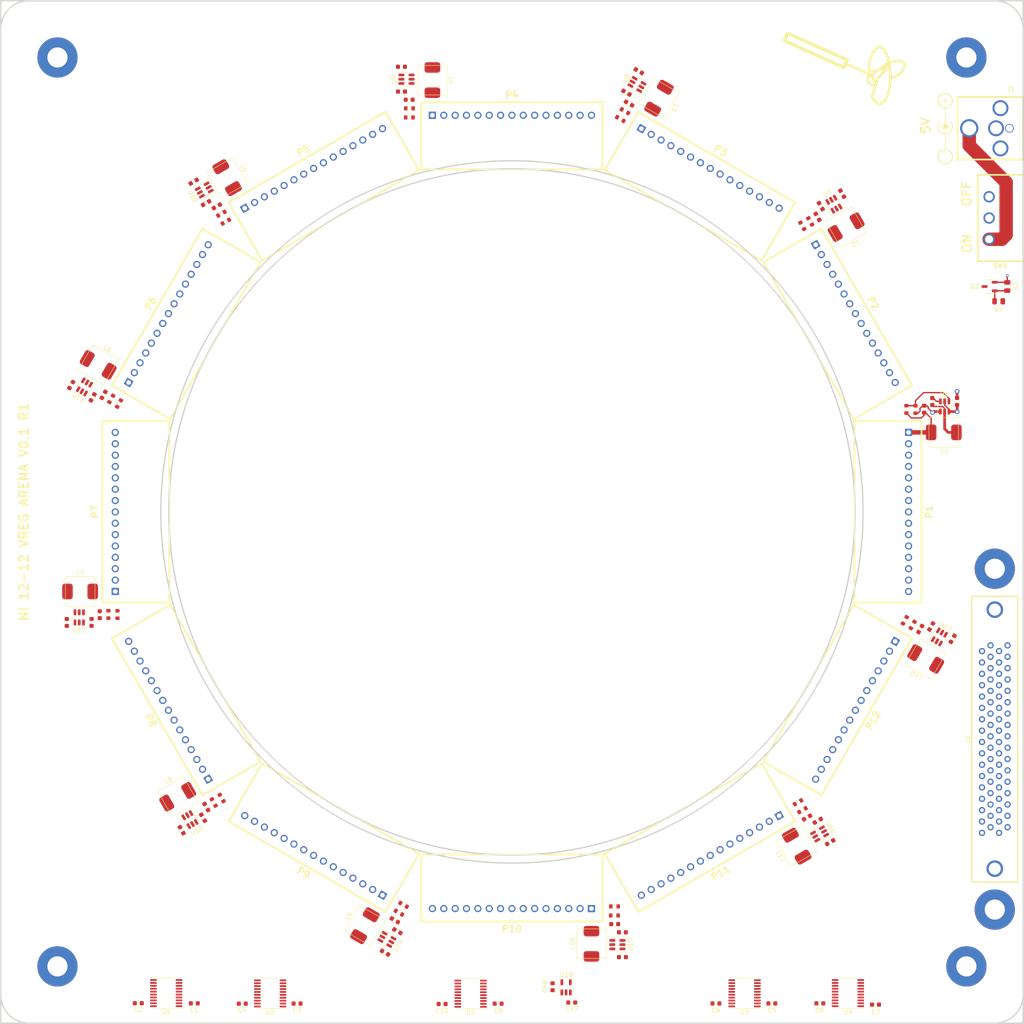
<source format=kicad_pcb>
(kicad_pcb (version 20221018) (generator pcbnew)
  (layers (0 "F.Cu" signal) (1 "In1.Cu" power) (2 "In2.Cu" power) (31 "B.Cu" signal) (34 "B.Paste" user) (35 "F.Paste" user) (36 "B.SilkS" user "B.Silkscreen") (37 "F.SilkS" user "F.Silkscreen") (38 "B.Mask" user) (39 "F.Mask" user) (44 "Edge.Cuts" user))
  (net 0 "")
  (net 1 "+3.3V")
  (net 2 "/Level Shifters/POW.5V_HDR_10")
  (net 4 "/Power & Voltage Regulators/SW_VCC")
  (net 15 "/Level Shifters/PAN5V.CS_00")
  (net 16 "/Level Shifters/PAN5V.CS_01")
  (net 17 "/Level Shifters/PAN5V.CS_02")
  (net 18 "/Level Shifters/PAN5V.CS_03")
  (net 19 "/Level Shifters/PAN5V.CS_04")
  (net 20 "/Level Shifters/PAN5V.EXT_INT")
  (net 21 "GND")
  (net 25 "/Level Shifters/PAN5V.CS_05")
  (net 26 "/Level Shifters/PAN5V.CS_06")
  (net 38 "Net-(Q2-G)")
  (net 39 "/Level Shifters/PAN5V.RESET")
  (net 40 "/Level Shifters/PAN3V.RESET")
  (net 41 "/Level Shifters/PAN3V.CS_00")
  (net 42 "/Level Shifters/PAN3V.CS_01")
  (net 43 "/Level Shifters/PAN3V.CS_02")
  (net 44 "/Level Shifters/PAN3V.CS_03")
  (net 45 "/Level Shifters/PAN3V.CS_04")
  (net 46 "/Level Shifters/PAN3V.CS_05")
  (net 47 "/Level Shifters/PAN3V.CS_06")
  (net 48 "/Level Shifters/PAN3V.CS_07")
  (net 49 "/Level Shifters/PAN5V.CS_07")
  (net 50 "/Level Shifters/PAN3V.SCK_00")
  (net 51 "/Level Shifters/PAN3V.SCK_01")
  (net 52 "/Level Shifters/PAN3V.SCK_02")
  (net 53 "/Level Shifters/PAN3V.SCK_03")
  (net 54 "/Level Shifters/PAN3V.SCK_04")
  (net 55 "/Level Shifters/PAN3V.SCK_05")
  (net 56 "/Level Shifters/PAN3V.MOSI_00")
  (net 57 "/Level Shifters/PAN3V.MISO_00")
  (net 58 "/Level Shifters/PAN5V.MISO_00")
  (net 59 "/Level Shifters/PAN5V.MOSI_00")
  (net 60 "/Level Shifters/PAN5V.SCK_05")
  (net 61 "/Level Shifters/PAN5V.SCK_04")
  (net 62 "/Level Shifters/PAN5V.SCK_03")
  (net 63 "/Level Shifters/PAN5V.SCK_02")
  (net 64 "/Level Shifters/PAN3V.EXT_INT")
  (net 65 "/Level Shifters/PAN5V.SCK_01")
  (net 66 "/Level Shifters/PAN5V.SCK_00")
  (net 67 "/Level Shifters/PAN3V.MOSI_01")
  (net 68 "/Level Shifters/PAN3V.MISO_01")
  (net 69 "/Level Shifters/PAN3V.MOSI_02")
  (net 70 "/Level Shifters/PAN3V.MISO_02")
  (net 71 "/Level Shifters/PAN3V.MOSI_03")
  (net 72 "/Level Shifters/PAN3V.MISO_03")
  (net 73 "/Level Shifters/PAN3V.MOSI_04")
  (net 74 "/Level Shifters/PAN3V.MISO_04")
  (net 75 "/Level Shifters/PAN5V.MISO_04")
  (net 76 "/Level Shifters/PAN5V.MOSI_04")
  (net 77 "/Level Shifters/PAN5V.MISO_03")
  (net 78 "/Level Shifters/PAN5V.MOSI_03")
  (net 79 "/Level Shifters/PAN5V.MISO_02")
  (net 80 "/Level Shifters/PAN5V.MOSI_02")
  (net 81 "/Level Shifters/PAN5V.MISO_01")
  (net 82 "/Level Shifters/PAN5V.MOSI_01")
  (net 83 "/Level Shifters/PAN3V.MOSI_05")
  (net 84 "/Panel Headers/RESET")
  (net 85 "/Level Shifters/PAN3V.MISO_05")
  (net 86 "/Level Shifters/PAN3V.MOSI_06")
  (net 87 "/Level Shifters/PAN3V.MISO_06")
  (net 88 "/Level Shifters/PAN3V.MOSI_07")
  (net 89 "/Level Shifters/PAN3V.MISO_07")
  (net 90 "/Level Shifters/PAN3V.MOSI_08")
  (net 91 "/Level Shifters/PAN3V.MISO_08")
  (net 92 "/Level Shifters/PAN5V.MISO_08")
  (net 93 "/Level Shifters/PAN5V.MOSI_08")
  (net 94 "/Level Shifters/PAN5V.MISO_07")
  (net 95 "/Level Shifters/PAN5V.MOSI_07")
  (net 96 "/Level Shifters/PAN5V.MISO_06")
  (net 97 "/Level Shifters/PAN5V.MOSI_06")
  (net 98 "/Level Shifters/PAN5V.MISO_05")
  (net 99 "/Level Shifters/PAN5V.MOSI_05")
  (net 100 "/Level Shifters/PAN3V.MOSI_09")
  (net 101 "/Level Shifters/PAN3V.MISO_09")
  (net 102 "/Level Shifters/PAN3V.MOSI_10")
  (net 103 "/Level Shifters/PAN3V.MISO_10")
  (net 104 "/Level Shifters/PAN3V.MOSI_11")
  (net 105 "/Level Shifters/PAN3V.MISO_11")
  (net 106 "/Level Shifters/PAN5V.MISO_11")
  (net 107 "/Level Shifters/PAN5V.MOSI_11")
  (net 108 "/Level Shifters/PAN5V.MISO_10")
  (net 109 "/Level Shifters/PAN5V.MOSI_10")
  (net 110 "/Level Shifters/PAN5V.MISO_09")
  (net 111 "/Level Shifters/PAN5V.MOSI_09")
  (net 113 "VCC")
  (net 114 "/Level Shifters/POW.5V_HDR_1")
  (net 115 "/Level Shifters/POW.5V_HDR_2")
  (net 116 "/Level Shifters/POW.5V_HDR_3")
  (net 117 "/Level Shifters/POW.5V_HDR_4")
  (net 118 "/Level Shifters/POW.5V_HDR_5")
  (net 119 "/Level Shifters/POW.5V_HDR_6")
  (net 120 "/Level Shifters/POW.5V_HDR_7")
  (net 121 "/Level Shifters/POW.5V_HDR_8")
  (net 122 "/Level Shifters/POW.5V_HDR_9")
  (net 123 "/Level Shifters/POW.5V_HDR_11")
  (net 124 "/Level Shifters/POW.5V_HDR_12")
  (net 125 "Net-(U6-VBST)")
  (net 126 "Net-(U6-SW)")
  (net 127 "Net-(U7-VBST)")
  (net 128 "Net-(U7-SW)")
  (net 129 "Net-(U8-VBST)")
  (net 130 "Net-(U8-SW)")
  (net 131 "Net-(U9-VBST)")
  (net 132 "Net-(U9-SW)")
  (net 133 "Net-(U10-VBST)")
  (net 134 "Net-(U10-SW)")
  (net 135 "Net-(U11-VBST)")
  (net 136 "Net-(U11-SW)")
  (net 137 "Net-(U12-VBST)")
  (net 138 "Net-(U12-SW)")
  (net 139 "Net-(U13-VBST)")
  (net 140 "Net-(U13-SW)")
  (net 141 "Net-(U14-VBST)")
  (net 142 "Net-(U14-SW)")
  (net 143 "Net-(U15-VBST)")
  (net 144 "Net-(U15-SW)")
  (net 145 "Net-(U16-VBST)")
  (net 146 "Net-(U16-SW)")
  (net 147 "Net-(U17-VBST)")
  (net 148 "Net-(U17-SW)")
  (net 149 "Net-(U6-VFB)")
  (net 150 "Net-(U7-VFB)")
  (net 151 "Net-(U8-VFB)")
  (net 152 "Net-(U9-VFB)")
  (net 153 "Net-(U10-VFB)")
  (net 154 "Net-(U11-VFB)")
  (net 155 "Net-(U12-VFB)")
  (net 156 "Net-(U13-VFB)")
  (net 157 "Net-(U14-VFB)")
  (net 158 "Net-(U15-VFB)")
  (net 159 "Net-(U16-VFB)")
  (net 160 "Net-(U17-VFB)")
  (footprint "Resistor_SMD:R_0603_1608Metric" (layer "F.Cu") (at 154.8892 87.579199)
    (fp_text reference "R10" hide)
    (fp_text value "10k" hide)
  )
  (footprint "Capacitor_SMD:C_0603_1608Metric" (layer "F.Cu") (at 152.191127 271.533468 150)
    (fp_text reference "C36" hide)
    (fp_text value "100nF" hide)
  )
  (footprint "Capacitor_SMD:C_0603_1608Metric" (layer "F.Cu") (at 129.7634 287.7112)
    (fp_text reference "C3")
    (fp_text value "0.1uF" hide)
  )
  (footprint "Package_TO_SOT_SMD:SOT-23-6" (layer "F.Cu") (at 82.233737 149.84882 -120)
    (fp_text reference "U11")
    (fp_text value "TPS564201DDC" hide)
  )
  (footprint "Package_TO_SOT_SMD:SOT-23-6" (layer "F.Cu") (at 149.84882 273.366262 -30)
    (fp_text reference "U14")
    (fp_text value "TPS564201DDC" hide)
  )
  (footprint "MountingHole:MountingHole_4.5mm_Pad" (layer "F.Cu") (at 76.2 76.2)
    (fp_text reference "H1" hide)
    (fp_text value "MountingHole_Pad" hide)
  )
  (footprint "arena_custom:HEADER_TOP" (layer "F.Cu") (at 177.799999 266.474028 180)
    (fp_text reference "P10")
    (fp_text value "CONN15" hide)
  )
  (footprint "Capacitor_SMD:C_0603_1608Metric" (layer "F.Cu") (at 223.4022 287.6904 180)
    (fp_text reference "C6")
    (fp_text value "0.1uF" hide)
  )
  (footprint "Package_TO_SOT_SMD:SOT-23-6" (layer "F.Cu") (at 81.061599 201.3767 -90)
    (fp_text reference "U12")
    (fp_text value "TPS564201DDC" hide)
  )
  (footprint "arena_custom:HEADER_TOP" (layer "F.Cu") (at 254.593961 222.137014 -120)
    (fp_text reference "P12")
    (fp_text value "CONN15" hide)
  )
  (footprint "Capacitor_SMD:C_0603_1608Metric" (layer "F.Cu") (at 109.428871 108.755331 30)
    (fp_text reference "C24" hide)
    (fp_text value "100nF" hide)
  )
  (footprint "arena_custom:HEADER_TOP" (layer "F.Cu") (at 89.125971 177.8 90)
    (fp_text reference "P7")
    (fp_text value "CONN15" hide)
  )
  (footprint "Package_TO_SOT_SMD:SOT-23-6" (layer "F.Cu") (at 105.810437 246.587221 -60)
    (fp_text reference "U13")
    (fp_text value "TPS564201DDC" hide)
  )
  (footprint "Capacitor_SMD:C_0603_1608Metric" (layer "F.Cu") (at 271.533468 203.408872 -120)
    (fp_text reference "C45" hide)
    (fp_text value "100nF" hide)
  )
  (footprint "Capacitor_SMD:C_0603_1608Metric" (layer "F.Cu") (at 200.774 269.9512 180)
    (fp_text reference "C40" hide)
    (fp_text value "22uF" hide)
  )
  (footprint "arena_custom:slide_switch" (layer "F.Cu") (at 287.02 112.0902 90)
    (fp_text reference "SW1")
    (fp_text value "SW_SPDT" hide)
  )
  (footprint "Package_SO:TSSOP-20_4.4x6.5mm_P0.65mm" (layer "F.Cu") (at 229.8072 285.4104 180)
    (fp_text reference "U3")
    (fp_text value "TXB0108PW" hide)
  )
  (footprint "arena_custom:CYA0650_3P3UH" (layer "F.Cu") (at 114.142067 103.101227 -60)
    (fp_text reference "L5")
    (fp_text value "3.3uH" hide)
  )
  (footprint "Capacitor_SMD:C_0603_1608Metric" (layer "F.Cu") (at 246.6355 287.663 180)
    (fp_text reference "C8")
    (fp_text value "0.1uF" hide)
  )
  (footprint "Package_SO:TSSOP-20_4.4x6.5mm_P0.65mm" (layer "F.Cu") (at 123.7534 285.4412 180)
    (fp_text reference "U2")
    (fp_text value "TXB0108PW" hide)
  )
  (footprint "Resistor_SMD:R_0603_1608Metric" (layer "F.Cu") (at 200.7362 265.9888)
    (fp_text reference "R21" hide)
    (fp_text value "56.2k" hide)
  )
  (footprint "Capacitor_SMD:C_0603_1608Metric" (layer "F.Cu") (at 269.09228 203.979532 -120)
    (fp_text reference "C46" hide)
    (fp_text value "22uF" hide)
  )
  (footprint "Resistor_SMD:R_0603_1608Metric" (layer "F.Cu") (at 242.751735 244.478105 -150)
    (fp_text reference "R24" hide)
    (fp_text value "10k" hide)
  )
  (footprint "arena_custom:CYA0650_3P3UH" (layer "F.Cu") (at 81.279999 195.58)
    (fp_text reference "L7")
    (fp_text value "3.3uH" hide)
  )
  (footprint "Capacitor_SMD:C_0603_1608Metric" (layer "F.Cu") (at 111.828331 109.481719 30)
    (fp_text reference "C25" hide)
    (fp_text value "22uF" hide)
  )
  (footprint "Capacitor_SMD:C_0603_1608Metric" (layer "F.Cu") (at 271.78 153.1112 -90)
    (fp_text reference "C12" hide)
    (fp_text value "100nF" hide)
  )
  (footprint "arena_custom:HEADER_TOP" (layer "F.Cu") (at 133.462985 254.593961 150)
    (fp_text reference "P9")
    (fp_text value "CONN15" hide)
  )
  (footprint "arena_custom:HEADER_TOP" (layer "F.Cu") (at 222.137014 254.593961 -150)
    (fp_text reference "P11")
    (fp_text value "CONN15" hide)
  )
  (footprint "Resistor_SMD:R_0603_1608Metric" (layer "F.Cu") (at 153.568931 265.641841 -30)
    (fp_text reference "R19" hide)
    (fp_text value "56.2k" hide)
  )
  (footprint "arena_custom:CYA0650_3P3UH" (layer "F.Cu") (at 195.579999 274.32 90)
    (fp_text reference "L10")
    (fp_text value "3.3uH" hide)
  )
  (footprint "Capacitor_SMD:C_0603_1608Metric" (layer "F.Cu") (at 174.7142 287.7312)
    (fp_text reference "C9")
    (fp_text value "0.1uF" hide)
  )
  (footprint "Capacitor_SMD:C_0603_1608Metric" (layer "F.Cu") (at 94.2705 287.633 180)
    (fp_text reference "C2")
    (fp_text value "0.1uF" hide)
  )
  (footprint "Capacitor_SMD:C_0603_1608Metric" (layer "F.Cu") (at 235.9022 287.6804)
    (fp_text reference "C5")
    (fp_text value "0.1uF" hide)
  )
  (footprint "Capacitor_SMD:C_0603_1608Metric" (layer "F.Cu") (at 202.501199 277.3172)
    (fp_text reference "C38" hide)
    (fp_text value "10uF" hide)
  )
  (footprint "Package_TO_SOT_SMD:SOT-23-6" (layer "F.Cu") (at 154.2233 81.061599 180)
    (fp_text reference "U9")
    (fp_text value "TPS564201DDC" hide)
  )
  (footprint "Package_TO_SOT_SMD:SOT-23-6" (layer "F.Cu") (at 274.5384 154.2233 90)
    (fp_text reference "U6")
    (fp_text value "TPS564201DDC" hide)
  )
  (footprint "Capacitor_SMD:C_0603_1608Metric" (layer "F.Cu") (at 243.771668 246.11828 -150)
    (fp_text reference "C43" hide)
    (fp_text value "22uF" hide)
  )
  (footprint "Capacitor_SMD:C_0603_1608Metric" (layer "F.Cu") (at 162.1892 287.8012 180)
    (fp_text reference "C10")
    (fp_text value "0.1uF" hide)
  )
  (footprint "Resistor_SMD:R_0603_1608Metric" (layer "F.Cu") (at 242.705641 113.842267 120)
    (fp_text reference "R5" hide)
    (fp_text value "56.2k" hide)
  )
  (footprint "Capacitor_SMD:C_0603_1608Metric" (layer "F.Cu") (at 154.826 85.648799)
    (fp_text reference "C22" hide)
    (fp_text value "22uF" hide)
  )
  (footprint "arena_custom:CYA0650_3P3UH" (layer "F.Cu") (at 103.101227 241.457932 30)
    (fp_text reference "L8")
    (fp_text value "3.3uH" hide)
  )
  (footprint "Resistor_SMD:R_0603_1608Metric" (layer "F.Cu") (at 268.0208 154.8892 -90)
    (fp_text reference "R4" hide)
    (fp_text value "10k" hide)
  )
  (footprint "arena_custom:CYA0650_3P3UH" (layer "F.Cu") (at 210.662068 85.321227 -120)
    (fp_text reference "L3")
    (fp_text value "3.3uH" hide)
  )
  (footprint "Capacitor_SMD:C_0603_1608Metric" (layer "F.Cu") (at 151.620467 269.09228 150)
    (fp_text reference "C37" hide)
    (fp_text value "22uF" hide)
  )
  (footprint "Resistor_SMD:R_0603_1608Metric" (layer "F.Cu") (at 244.478105 112.848264 -60)
    (fp_text reference "R6" hide)
    (fp_text value "10k" hide)
  )
  (footprint "Capacitor_SMD:C_0603_1608Metric" (layer "F.Cu") (at 248.950467 251.633824 30)
    (fp_text reference "C41" hide)
    (fp_text value "10uF" hide)
  )
  (footprint "arena_custom:CYA0650_3P3UH" (layer "F.Cu") (at 274.32 160.02 180)
    (fp_text reference "L1")
    (fp_text value "3.3uH" hide)
  )
  (footprint "Resistor_SMD:R_0603_1608Metric" (layer "F.Cu") (at 152.530934 267.388905 150)
    (fp_text reference "R20" hide)
    (fp_text value "10k" hide)
  )
  (footprint "MountingHole:MountingHole_4.5mm_Pad" (layer "F.Cu") (at 279.4 279.4)
    (fp_text reference "H3" hide)
    (fp_text value "MountingHole_Pad" hide)
  )
  (footprint "Package_SO:TSSOP-20_4.4x6.5mm_P0.65mm" (layer "F.Cu") (at 100.5155 285.373 180)
    (fp_text reference "U1")
    (fp_text value "TXB0108PW" hide)
  )
  (footprint "Capacitor_SMD:C_0603_1608Metric" (layer "F.Cu") (at 153.1112 83.819999)
    (fp_text reference "C21" hide)
    (fp_text value "100nF" hide)
  )
  (footprint "Capacitor_SMD:C_0603_1608Metric" (layer "F.Cu") (at 83.819999 202.4888 90)
    (fp_text reference "C30" hide)
    (fp_text value "100nF" hide)
  )
  (footprint "Capacitor_SMD:C_0603_1608Metric" (layer "F.Cu") (at 186.8834 283.9422 -90)
    (fp_text reference "C48")
    (fp_text value "10uF" hide)
  )
  (footprint "Package_TO_SOT_SMD:SOT-23-3" (layer "F.Cu") (at 284.6015 127.4064 180)
    (fp_text reference "Q2")
    (fp_text value "MOSFET_NCHAN" hide)
  )
  (footprint "Capacitor_SMD:C_0603_1608Metric" (layer "F.Cu") (at 78.282799 202.5012 -90)
    (fp_text reference "C29" hide)
    (fp_text value "10uF" hide)
  )
  (footprint "Capacitor_SMD:C_0603_1608Metric" (layer "F.Cu") (at 206.166733 79.264975 150)
    (fp_text reference "C17" hide)
    (fp_text value "10uF" hide)
  )
  (footprint "MountingHole:MountingHole_4.5mm_Pad" (layer "F.Cu") (at 76.2 279.4)
    (fp_text reference "H4" hide)
    (fp_text value "MountingHole_Pad" hide)
  )
  (footprint "Capacitor_SMD:C_0603_1608Metric" (layer "F.Cu") (at 149.433266 276.335024 -30)
    (fp_text reference "C35" hide)
    (fp_text value "10uF" hide)
  )
  (footprint "Capacitor_SMD:C_0603_1608Metric" (layer "F.Cu") (at 103.966175 248.950467 -60)
    (fp_text reference "C32" hide)
    (fp_text value "10uF" hide)
  )
  (footprint "arena_custom:DCJACK_2PIN_HIGHCURRENT" (layer "F.Cu") (at 292.0238 92.0242 -90)
    (fp_text reference "J1")
    (fp_text value "Barrel_Jack" hide)
  )
  (footprint "Capacitor_SMD:C_0603_1608Metric" (layer "F.Cu") (at 106.649532 103.966175 -150)
    (fp_text reference "C23" hide)
    (fp_text value "10uF" hide)
  )
  (footprint "Capacitor_SMD:C_0603_1608Metric" (layer "F.Cu") (at 251.633824 106.649532 120)
    (fp_text reference "C14" hide)
    (fp_text value "10uF" hide)
  )
  (footprint "Capacitor_SMD:C_0603_1608Metric" (layer "F.Cu") (at 246.844668 109.428871 -60)
    (fp_text reference "C15" hide)
    (fp_text value "100nF" hide)
  )
  (footprint "Resistor_SMD:R_0603_1608Metric" (layer "F.Cu") (at 89.611199 200.7362 -90)
    (fp_text reference "R15" hide)
    (fp_text value "56.2k" hide)
  )
  (footprint "arena_custom:HEADER_TOP" (layer "F.Cu") (at 133.462985 101.006038 30)
    (fp_text reference "P5")
    (fp_text value "CONN15" hide)
  )
  (footprint "Capacitor_SMD:C_0603_1608Metric" (layer "F.Cu") (at 79.264975 149.433266 -120)
    (fp_text reference "C26" hide)
    (fp_text value "10uF" hide)
  )
  (footprint "Package_SO:TSSOP-20_4.4x6.5mm_P0.65mm" (layer "F.Cu") (at 252.9155 285.373 180)
    (fp_text reference "U4")
    (fp_text value "TXB0108PW" hide)
  )
  (footprint "arena_custom:CYA0650_3P3UH" (layer "F.Cu") (at 241.457932 252.498772 120)
    (fp_text reference "L11")
    (fp_text value "3.3uH" hide)
  )
  (footprint "Capacitor_SMD:C_0603_1608Metric" (layer "F.Cu") (at 277.3172 153.0988 90)
    (fp_text reference "C11" hide)
    (fp_text value "10uF" hide)
  )
  (footprint "arena_custom:HEADER_TOP" (layer "F.Cu") (at 177.8 89.125971)
    (fp_text reference "P4")
    (fp_text value "CONN15" hide)
  )
  (footprint "Capacitor_SMD:C_0603_1608Metric" (layer "F.Cu") (at 85.648799 200.774 90)
    (fp_text reference "C31" hide)
    (fp_text value "22uF" hide)
  )
  (footprint "Resistor_SMD:R_0805_2012Metric" (layer "F.Cu") (at 286.6155 130.7084)
    (fp_text reference "R1")
    (fp_text value "200" hide)
  )
  (footprint "Resistor_SMD:R_0603_1608Metric" (layer "F.Cu") (at 112.848264 111.121894 30)
    (fp_text reference "R12" hide)
    (fp_text value "10k" hide)
  )
  (footprint "Capacitor_SMD:C_0603_1608Metric" (layer "F.Cu") (at 153.0988 78.282799 180)
    (fp_text reference "C20" hide)
    (fp_text value "10uF" hide)
  )
  (footprint "Capacitor_SMD:C_0603_1608Metric" (layer "F.Cu") (at 269.9512 154.826 -90)
    (fp_text reference "C13" hide)
    (fp_text value "22uF" hide)
  )
  (footprint "Capacitor_SMD:C_0603_1608Metric" (layer "F.Cu") (at 246.171128 246.844668 -150)
    (fp_text reference "C42" hide)
    (fp_text value "100nF" hide)
  )
  (footprint "Package_TO_SOT_SMD:SOT-23-5" (layer "F.Cu") (at 189.9034 284.0847 90)
    (fp_text reference "U18")
    (fp_text value "AP2112K-3.3" hide)
  )
  (footprint "Package_TO_SOT_SMD:SOT-23-6" (layer "F.Cu") (at 205.751179 82.233737 150)
    (fp_text reference "U8")
    (fp_text value "TPS564201DDC" hide)
  )
  (footprint "Resistor_SMD:R_0603_1608Metric" (layer "F.Cu") (at 265.9888 154.8638 90)
    (fp_text reference "R3" hide)
    (fp_text value "56.2k" hide)
  )
  (footprint "arena_custom:CYA0650_3P3UH" (layer "F.Cu") (at 270.278772 210.662068 150)
    (fp_text reference "L12")
    (fp_text value "3.3uH" hide)
  )
  (footprint "Capacitor_SMD:C_0603_1608Metric" (layer "F.Cu") (at 202.4888 271.78 180)
    (fp_text reference "C39" hide)
    (fp_text value "100nF" hide)
  )
  (footprint "MountingHole:MountingHole_4.5mm_Pad" (layer "F.Cu") (at 285.75 190.5)
    (fp_text reference "H5" hide)
    (fp_text value "MountingHole_Pad" hide)
  )
  (footprint "arena_custom:HEADER_TOP" (layer "F.Cu") (at 266.474028 177.8 -90)
    (fp_text reference "P1")
    (fp_text value "CONN15" hide)
  )
  (footprint "Capacitor_SMD:C_0603_1608Metric" (layer "F.Cu") (at 276.335024 206.166733 60)
    (fp_text reference "C44" hide)
    (fp_text value "10uF" hide)
  )
  (footprint "Resistor_SMD:R_0603_1608Metric" (layer "F.Cu") (at 241.757732 242.705641 30)
    (fp_text reference "R23" hide)
    (fp_text value "56.2k" hide)
  )
  (footprint "arena_custom:HEADER_TOP" (layer "F.Cu") (at 101.006038 133.462985 60)
    (fp_text reference "P6")
    (fp_text value "CONN15" hide)
  )
  (footprint "Package_TO_SOT_SMD:SOT-23-6" (layer "F.Cu") (at 109.012778 105.810437 -150)
    (fp_text reference "U10")
    (fp_text value "TPS564201DDC" hide)
  )
  (footprint "Resistor_SMD:R_0603_1608Metric" (layer "F.Cu") (at 87.579199 200.7108 90)
    (fp_text reference "R16" hide)
    (fp_text value "10k" hide)
  )
  (footprint "arena_custom:HEADER_TOP" (layer "F.Cu") (at 101.006038 222.137014 120)
    (fp_text reference "P8")
    (fp_text value "CONN15" hide)
  )
  (footprint "Capacitor_SMD:C_0603_1608Metric" (layer "F.Cu") (at 84.066531 152.191127 60)
    (fp_text reference "C27" hide)
    (fp_text value "100nF" hide)
  )
  (footprint "Resistor_SMD:R_0603_1608Metric" (layer "F.Cu") (at 267.388905 203.069065 -120)
    (fp_text reference "R26" hide)
    (fp_text value "10k" hide)
  )
  (footprint "Capacitor_SMD:C_0603_1608Metric" (layer "F.Cu") (at 109.481719 243.771668 120)
    (fp_text reference "C34" hide)
    (fp_text value "22uF" hide)
  )
  (footprint "MountingHole:MountingHole_4.5mm_Pad" (layer "F.Cu") (at 279.4 76.2)
    (fp_text reference "H2" hide)
    (fp_text value "MountingHole_Pad" hide)
  )
  (footprint "Capacitor_SMD:C_0603_1608Metric" (layer "F.Cu") (at 117.5134 287.7312 180)
    (fp_text reference "C4")
    (fp_text value "0.1uF" hide)
  )
  (footprint "Capacitor_SMD:C_0603_1608Metric" (layer "F.Cu") (at 203.408872 84.066531 -30)
    (fp_text reference "C18" hide)
    (fp_text value "100nF" hide)
  )
  (footprint "Capacitor_SMD:C_0603_1608Metric" (layer "F.Cu") (at 259.0855 287.953)
    (fp_text reference "C7")
    (fp_text value "0.1uF" hide)
  )
  (footprint "Resistor_SMD:R_0603_1608Metric" (layer "F.Cu") (at 203.069065 88.211094 -30)
    (fp_text reference "R8" hide)
    (fp_text value "10k" hide)
  )
  (footprint "Capacitor_SMD:C_0603_1608Metric" (layer "F.Cu") (at 108.755331 246.171128 120)
    (fp_text reference "C33" hide)
    (fp_text value "100nF" hide)
  )
  (footprint "Resistor_SMD:R_0603_1608Metric" (layer "F.Cu") (at 200.7108 268.0208 180)
    (fp_text reference "R22" hide)
    (fp_text value "10k" hide)
  )
  (footprint "arena_custom:CYA0650_3P3UH" (layer "F.Cu") (at 160.02 81.279999 -90)
    (fp_text reference "L4")
    (fp_text value "3.3uH" hide)
  )
  (footprint "Package_TO_SOT_SMD:SOT-23-6" (layer "F.Cu") (at 201.3767 274.5384)
    (fp_text reference "U15")
    (fp_text value "TPS564201DDC" hide)
  )
  (footprint "Resistor_SMD:R_0603_1608Metric" (layer "F.Cu") (at 111.121894 242.751735 120)
    (fp_text reference "R18" hide)
    (fp_text value "10k" hide)
  )
  (footprint "Capacitor_SMD:C_0603_1608Metric" (layer "F.Cu") (at 203.979532 86.507719 -30)
    (fp_text reference "C19" hide)
    (fp_text value "22uF" hide)
  )
  (footprint "Resistor_SMD:R_0603_1608Metric" (layer "F.Cu") (at 113.842267 112.894358 -150)
    (fp_text reference "R11" hide)
    (fp_text value "56.2k" hide)
  )
  (footprint "Capacitor_SMD:C_0603_1608Metric" (layer "F.Cu") (at 106.7905 287.663)
    (fp_text reference "C1")
    (fp_text value "0.1uF" hide)
  )
  (footprint "arena_custom:CYA0650_3P3UH" (layer "F.Cu") (at 144.937931 270.278772 60)
    (fp_text reference "L9")
    (fp_text value "3.3uH" hide)
  )
  (footprint "MountingHole:MountingHole_4.5mm_Pad" (layer "F.Cu") (at 285.75 266.7)
    (fp_text reference "H6" hide)
    (fp_text value "MountingHole_Pad" hide)
  )
  (footprint "Package_TO_SOT_SMD:SOT-23-6" (layer "F.Cu") (at 249.789562 109.012778 120)
    (fp_text reference "U7")
    (fp_text value "TPS564201DDC" hide)
  )
  (footprint "Resistor_SMD:R_0603_1608Metric" (layer "F.Cu") (at 154.8638 89.611199 180)
    (fp_text reference "R9" hide)
    (fp_text value "56.2k" hide)
  )
  (footprint "arena_custom:HEADER_TOP" (layer "F.Cu") (at 254.593961 133.462985 -60)
    (fp_text reference "P2")
    (fp_text value "CONN15" hide)
  )
  (footprint "arena_custom:CYA0650_3P3UH" (layer "F.Cu") (at 85.321227 144.937931 -30)
    (fp_text reference "L6")
    (fp_text value "3.3uH" hide)
  )
  (footprint "Resistor_SMD:R_0603_1608Metric" (layer "F.Cu") (at 88.211094 152.530934 60)
    (fp_text reference "R14" hide)
    (fp_text value "10k" hide)
  )
  (footprint "Capacitor_SMD:C_0603_1608Metric" (layer "F.Cu") (at 191.1734 287.4772 180)
    (fp_text reference "C47")
    (fp_text value "10uF" hide)
  )
  (footprint "Resistor_SMD:R_0603_1608Metric" (layer "F.Cu") (at 89.958158 153.568931 -120)
    (fp_text reference "R13" hide)
    (fp_text value "56.2k" hide)
  )
  (footprint "arena_custom:TE_CONN_DSUB_VERT_68" (layer "F.Cu") (at 285.75 228.6 90)
    (fp_text reference "J2")
    (fp_text value "NI_TE_68pos" hide)
  )
  (footprint "Capacitor_SMD:C_0603_1608Metric" (layer "F.Cu") (at 86.507719 151.620467 60)
    (fp_text reference "C28" hide)
    (fp_text value "22uF" hide)
  )
  (footprint "Resistor_SMD:R_0603_1608Metric" (layer "F.Cu") (at 202.031068 89.958158 150)
    (fp_text reference "R7" hide)
    (fp_text value "56.2k" hide)
  )
  (footprint "arena_custom:HEADER_TOP" (layer "F.Cu") (at 222.137014 101.006038 -30)
    (fp_text reference "P3")
    (fp_text value "CONN15" hide)
  )
  (footprint "Package_TO_SOT_SMD:SOT-23-6" (layer "F.Cu") (at 246.587221 249.789562 30)
    (fp_text reference "U16")
    (fp_text value "TPS564201DDC" hide)
  )
  (footprint "Package_SO:TSSOP-20_4.4x6.5mm_P0.65mm" (layer "F.Cu") (at 168.5592 285.5012 180)
    (fp_text reference "U5")
    (fp_text value "TXB0108PW" hide)
  )
  (footprint "Capacitor_SMD:C_0603_1608Metric" (layer "F.Cu") (at 246.11828 111.828331 -60)
    (fp_text reference "C16" hide)
    (fp_text value "22uF" hide)
  )
  (footprint "Resistor_SMD:R_0805_2012Metric" (layer "F.Cu") (at 288.544 127.4064 -90)
    (fp_text reference "R2")
    (fp_text value "20k" hide)
  )
  (footprint "arena_custom:CYA0650_3P3UH" (layer "F.Cu") (at 252.498772 114.142067 -150)
    (fp_text reference "L2")
    (fp_text value "3.3uH" hide)
  )
  (footprint "Package_TO_SOT_SMD:SOT-23-6" (layer "F.Cu") (at 273.366262 205.751179 60)
    (fp_text reference "U17")
    (fp_text value "TPS564201DDC" hide)
  )
  (footprint "Resistor_SMD:R_0603_1608Metric" (layer "F.Cu") (at 265.641841 202.031068 60)
    (fp_text reference "R25" hide)
    (fp_text value "56.2k" hide)
  )
  (footprint "Resistor_SMD:R_0603_1608Metric" (layer "F.Cu") (at 112.894358 241.757732 -60)
    (fp_text reference "R17" hide)
    (fp_text value "56.2k" hide)
  )
  (gr_line (start 261.869046 84.235629) (end 261.941978 83.996274) (stroke (width 0.514144)) (layer "F.SilkS"))
  (gr_line (start 258.99813 86.023131) (end 259.098897 86.128731) (stroke (width 0.514144)) (layer "F.SilkS"))
  (gr_line (start 259.068645 82.308853) (end 258.717929 82.409537) (stroke (width 0.514144)) (layer "F.SilkS"))
  (gr_line (start 273.382477 92.585887) (end 273.336417 92.519801) (stroke (width 0.15487)) (layer "F.SilkS"))
  (gr_line (start 275.003458 84.324863) (end 275.080765 84.342706) (stroke (width 0.179621)) (layer "F.SilkS"))
  (gr_line (start 273.725344 84.609849) (end 273.787993 84.565299) (stroke (width 0.179621)) (layer "F.SilkS"))
  (gr_line (start 262.352669 81.788771) (end 262.380098 81.482222) (stroke (width 0.514144)) (layer "F.SilkS"))
  (gr_line (start 257.687722 79.102057) (end 257.547538 79.107867) (stroke (width 0.514144)) (layer "F.SilkS"))
  (gr_line (start 257.723346 80.298042) (end 258.0072 80.217521) (stroke (width 0.514144)) (layer "F.SilkS"))
  (gr_line (start 258.318284 84.933399) (end 258.534906 85.362848) (stroke (width 0.514144)) (layer "F.SilkS"))
  (gr_line (start 261.038343 85.916534) (end 261.144288 85.776614) (stroke (width 0.514144)) (layer "F.SilkS"))
  (gr_line (start 275.230838 99.879067) (end 275.156592 99.904189) (stroke (width 0.179621)) (layer "F.SilkS"))
  (gr_line (start 276.047991 97.549536) (end 276.086466 97.616452) (stroke (width 0.179621)) (layer "F.SilkS"))
  (gr_line (start 259.522398 86.435015) (end 259.632794 86.481079) (stroke (width 0.514144)) (layer "F.SilkS"))
  (gr_line (start 258.777057 85.766629) (end 258.999103 86.077093) (stroke (width 0.514144)) (layer "F.SilkS"))
  (gr_line (start 274.438075 87.469819) (end 274.359386 87.455767) (stroke (width 0.179621)) (layer "F.SilkS"))
  (gr_line (start 276.068771 92.451998) (end 276.026396 92.519801) (stroke (width 0.15487)) (layer "F.SilkS"))
  (gr_line (start 259.269515 86.342375) (end 259.551597 86.474135) (stroke (width 0.514144)) (layer "F.SilkS"))
  (gr_line (start 273.607013 99.560919) (end 273.551517 99.50801) (stroke (width 0.179621)) (layer "F.SilkS"))
  (gr_line (start 273.852841 99.744693) (end 273.788008 99.70313) (stroke (width 0.179621)) (layer "F.SilkS"))
  (gr_line (start 276.275119 91.864932) (end 276.262222 91.94132) (stroke (width 0.15487)) (layer "F.SilkS"))
  (gr_line (start 261.195859 79.169296) (end 259.579265 80.914514) (stroke (width 0.514144)) (layer "F.SilkS"))
  (gr_line (start 273.66498 97.145084) (end 273.725344 97.097647) (stroke (width 0.179621)) (layer "F.SilkS"))
  (gr_line (start 258.222097 75.712175) (end 258.508193 75.08281) (stroke (width 0.514144)) (layer "F.SilkS"))
  (gr_line (start 257.639291 81.892298) (end 257.44424 81.58542) (stroke (width 0.514144)) (layer "F.SilkS"))
  (gr_line (start 259.105015 74.263825) (end 259.311569 74.094352) (stroke (width 0.514144)) (layer "F.SilkS"))
  (gr_line (start 274.599194 87.486151) (end 274.518045 87.479981) (stroke (width 0.179621)) (layer "F.SilkS"))
  (gr_line (start 264.846868 77.03694) (end 265.19515 77.227932) (stroke (width 0.514144)) (layer "F.SilkS"))
  (gr_line (start 273.356395 99.271523) (end 273.314831 99.20669) (stroke (width 0.179621)) (layer "F.SilkS"))
  (gr_line (start 273.101902 85.646968) (end 273.115954 85.56828) (stroke (width 0.179621)) (layer "F.SilkS"))
  (gr_line (start 257.836877 82.08495) (end 257.639291 81.892298) (stroke (width 0.514144)) (layer "F.SilkS"))
  (gr_line (start 258.363097 84.991946) (end 258.44546 85.168472) (stroke (width 0.514144)) (layer "F.SilkS"))
  (gr_line (start 275.755818 87.073121) (end 275.697839 87.123344) (stroke (width 0.179621)) (layer "F.SilkS"))
  (gr_line (start 257.44424 81.58542) (end 257.354114 81.357061) (stroke (width 0.514144)) (layer "F.SilkS"))
  (gr_line (start 276.086466 85.128654) (end 276.121754 85.197553) (stroke (width 0.179621)) (layer "F.SilkS"))
  (gr_line (start 274.681423 87.488231) (end 274.599194 87.486151) (stroke (width 0.179621)) (layer "F.SilkS"))
  (gr_line (start 274.924769 84.310811) (end 275.003458 84.324863) (stroke (width 0.179621)) (layer "F.SilkS"))
  (gr_line (start 260.733432 86.263588) (end 261.151004 85.835117) (stroke (width 0.514144)) (layer "F.SilkS"))
  (gr_line (start 273.314823 85.061738) (end 273.356386 84.996906) (stroke (width 0.179621)) (layer "F.SilkS"))
  (gr_line (start 276.271073 98.214736) (end 276.277243 98.295885) (stroke (width 0.179621)) (layer "F.SilkS"))
  (gr_line (start 275.374182 96.937769) (end 275.44308 96.973057) (stroke (width 0.179621)) (layer "F.SilkS"))
  (gr_line (start 273.602839 92.829524) (end 273.542765 92.772411) (stroke (width 0.15487)) (layer "F.SilkS"))
  (gr_line (start 260.706413 79.477825) (end 260.712024 79.395359) (stroke (width 0.514144)) (layer "F.SilkS"))
  (gr_line (start 276.121754 86.583077) (end 276.086466 86.651976) (stroke (width 0.179621)) (layer "F.SilkS"))
  (gr_line (start 260.946139 74.368048) (end 261.01622 74.452941) (stroke (width 0.514144)) (layer "F.SilkS"))
  (gr_line (start 276.246859 85.56828) (end 276.260911 85.646968) (stroke (width 0.179621)) (layer "F.SilkS"))
  (gr_line (start 259.191337 74.160326) (end 259.635724 73.899427) (stroke (width 0.514144)) (layer "F.SilkS"))
  (gr_line (start 275.86422 97.303711) (end 275.914443 97.361691) (stroke (width 0.179621)) (layer "F.SilkS"))
  (gr_line (start 262.545324 80.771909) (end 262.412185 80.815627) (stroke (width 0.514144)) (layer "F.SilkS"))
  (gr_line (start 260.324618 73.925972) (end 260.408233 73.957619) (stroke (width 0.514144)) (layer "F.SilkS"))
  (gr_line (start 274.059426 84.417972) (end 274.131991 84.389361) (stroke (width 0.179621)) (layer "F.SilkS"))
  (gr_line (start 273.161389 92.166478) (end 273.137438 92.092236) (stroke (width 0.15487)) (layer "F.SilkS"))
  (gr_line (start 274.438068 96.798609) (end 274.518039 96.788447) (stroke (width 0.179621)) (layer "F.SilkS"))
  (gr_line (start 275.230838 87.391269) (end 275.156592 87.416391) (stroke (width 0.179621)) (layer "F.SilkS"))
  (gr_line (start 276.277243 98.460342) (end 276.271073 98.541491) (stroke (width 0.179621)) (layer "F.SilkS"))
  (gr_line (start 273.725358 99.658579) (end 273.664993 99.611142) (stroke (width 0.179621)) (layer "F.SilkS"))
  (gr_line (start 259.801304 86.526091) (end 259.858193 86.534526) (stroke (width 0.514144)) (layer "F.SilkS"))
  (gr_line (start 274.835757 93.236685) (end 274.758653 93.242212) (stroke (width 0.15487)) (layer "F.SilkS"))
  (gr_line (start 275.509996 87.256895) (end 275.44308 87.295371) (stroke (width 0.179621)) (layer "F.SilkS"))
  (gr_line (start 274.758653 93.242212) (end 274.681406 93.244055) (stroke (width 0.15487)) (layer "F.SilkS"))
  (gr_line (start 265.212543 79.059189) (end 264.97343 79.423887) (stroke (width 0.514144)) (layer "F.SilkS"))
  (gr_line (start 261.10243 78.444621) (end 261.315995 78.173283) (stroke (width 0.514144)) (layer "F.SilkS"))
  (gr_line (start 274.681423 90.986001) (end 274.681423 87.561242) (stroke (width 0.168772)) (layer "F.SilkS"))
  (gr_line (start 273.314831 99.20669) (end 273.276354 99.139774) (stroke (width 0.179621)) (layer "F.SilkS"))
  (gr_line (start 258.805038 79.584245) (end 258.962692 79.400971) (stroke (width 0.514144)) (layer "F.SilkS"))
  (gr_line (start 257.528226 80.472031) (end 257.723346 80.298042) (stroke (width 0.514144)) (layer "F.SilkS"))
  (gr_line (start 274.059439 99.850456) (end 273.988657 99.818457) (stroke (width 0.179621)) (layer "F.SilkS"))
  (gr_line (start 273.08557 85.808087) (end 273.09174 85.726938) (stroke (width 0.179621)) (layer "F.SilkS"))
  (gr_line (start 274.518045 87.479981) (end 274.438075 87.469819) (stroke (width 0.179621)) (layer "F.SilkS"))
  (gr_line (start 275.374182 87.330659) (end 275.303401 87.362658) (stroke (width 0.179621)) (layer "F.SilkS"))
  (gr_line (start 276.153753 99.000094) (end 276.121754 99.070875) (stroke (width 0.179621)) (layer "F.SilkS"))
  (gr_line (start 260.890935 74.300249) (end 261.297105 74.857027) (stroke (width 0.514144)) (layer "F.SilkS"))
  (gr_line (start 265.19515 77.227932) (end 265.459892 77.445818) (stroke (width 0.514144)) (layer "F.SilkS"))
  (gr_line (start 252.018284 78.418166) (end 238.718666 72.463535) (stroke (width 0.514144)) (layer "F.SilkS"))
  (gr_line (start 273.078482 91.479414) (end 273.087694 91.402597) (stroke (width 0.15487)) (layer "F.SilkS"))
  (gr_line (start 276.284331 91.788114) (end 276.275119 91.864932) (stroke (width 0.15487)) (layer "F.SilkS"))
  (gr_line (start 252.133761 78.470301) (end 252.892946 76.689761) (stroke (width 0.514144)) (layer "F.SilkS"))
  (gr_line (start 259.973209 73.869262) (end 260.063605 73.872837) (stroke (width 0.514144)) (layer "F.SilkS"))
  (gr_line (start 261.710483 84.685573) (end 261.79183 84.465528) (stroke (width 0.514144)) (layer "F.SilkS"))
  (gr_line (start 274.131991 96.877159) (end 274.206238 96.852037) (stroke (width 0.179621)) (layer "F.SilkS"))
  (gr_line (start 259.551597 86.474135) (end 259.994684 86.548802) (stroke (width 0.514144)) (layer "F.SilkS"))
  (gr_line (start 275.359457 93.094824) (end 275.287362 93.126144) (stroke (width 0.15487)) (layer "F.SilkS"))
  (gr_line (start 274.604159 93.242212) (end 274.527055 93.236685) (stroke (width 0.15487)) (layer "F.SilkS"))
  (gr_line (start 263.514703 76.966002) (end 263.881629 76.910616) (stroke (width 0.514144)) (layer "F.SilkS"))
  (gr_line (start 275.633528 92.932696) (end 275.567443 92.978755) (stroke (width 0.15487)) (layer "F.SilkS"))
  (gr_line (start 274.450238 93.227473) (end 274.373849 93.214577) (stroke (width 0.15487)) (layer "F.SilkS"))
  (gr_line (start 274.763651 87.486151) (end 274.681423 87.488231) (stroke (width 0.179621)) (layer "F.SilkS"))
  (gr_line (start 264.512155 76.955573) (end 264.846868 77.03694) (stroke (width 0.514144)) (layer "F.SilkS"))
  (gr_line (start 258.962692 79.400971) (end 259.082687 79.281825) (stroke (width 0.514144)) (layer "F.SilkS"))
  (gr_line (start 262.125243 77.541033) (end 262.317544 77.429839) (stroke (width 0.514144)) (layer "F.SilkS"))
  (gr_line (start 265.620054 78.101997) (end 265.506257 78.457494) (stroke (width 0.514144)) (layer "F.SilkS"))
  (gr_line (start 260.817915 86.156861) (end 260.9295 86.043416) (stroke (width 0.514144)) (layer "F.SilkS"))
  (gr_line (start 275.064779 93.197996) (end 274.988963 93.214577) (stroke (width 0.15487)) (layer "F.SilkS"))
  (gr_line (start 275.811312 84.760418) (end 275.86422 84.815913) (stroke (width 0.179621)) (layer "F.SilkS"))
  (gr_line (start 259.635364 73.926715) (end 259.746568 73.894972) (stroke (width 0.514144)) (layer "F.SilkS"))
  (gr_line (start 265.459892 77.445818) (end 265.636571 77.627093) (stroke (width 0.514144)) (layer "F.SilkS"))
  (gr_line (start 273.18045 85.340898) (end 273.209061 85.268335) (stroke (width 0.179621)) (layer "F.SilkS"))
  (gr_line (start 274.132004 99.879067) (end 274.059439 99.850456) (stroke (width 0.179621)) (layer "F.SilkS"))
  (gr_line (start 274.359386 99.943564) (end 274.282078 99.925722) (stroke (width 0.179621)) (layer "F.SilkS"))
  (gr_line (start 276.277243 85.808087) (end 276.279322 85.890315) (stroke (width 0.179621)) (layer "F.SilkS"))
  (gr_line (start 262.348726 78.582461) (end 262.320169 78.325753) (stroke (width 0.514144)) (layer "F.SilkS"))
  (gr_line (start 260.152305 73.88352) (end 260.239309 73.901252) (stroke (width 0.514144)) (layer "F.SilkS"))
  (gr_line (start 275.374182 84.449971) (end 275.44308 84.485259) (stroke (width 0.179621)) (layer "F.SilkS"))
  (gr_line (start 275.820048 92.772411) (end 275.759973 92.829524) (stroke (width 0.15487)) (layer "F.SilkS"))
  (gr_line (start 273.294042 90.815531) (end 273.336417 90.747728) (stroke (width 0.15487)) (layer "F.SilkS"))
  (gr_line (start 273.137438 91.175293) (end 273.161389 91.101051) (stroke (width 0.15487)) (layer "F.SilkS"))
  (gr_line (start 273.133798 98.777457) (end 273.115955 98.700149) (stroke (width 0.179621)) (layer "F.SilkS"))
  (gr_line (start 257.547538 79.107867) (end 257.592519 78.552196) (stroke (width 0.514144)) (layer "F.SilkS"))
  (gr_line (start 239.427243 70.80169) (end 252.726861 76.756319) (stroke (width 0.514144)) (layer "F.SilkS"))
  (gr_line (start 275.811312 97.248216) (end 275.86422 97.303711) (stroke (width 0.179621)) (layer "F.SilkS"))
  (gr_line (start 276.026396 92.519801) (end 275.980336 92.585887) (stroke (width 0.15487)) (layer "F.SilkS"))
  (gr_line (start 261.536013 85.094508) (end 261.625159 84.895366) (stroke (width 0.514144)) (layer "F.SilkS"))
  (gr_line (start 276.275119 91.402597) (end 276.284331 91.479414) (stroke (width 0.15487)) (layer "F.SilkS"))
  (gr_line (start 259.972961 86.541318) (end 260.099431 86.533073) (stroke (width 0.514144)) (layer "F.SilkS"))
  (gr_line (start 276.246859 98.700149) (end 276.229017 98.777457) (stroke (width 0.179621)) (layer "F.SilkS"))
  (gr_line (start 261.341306 74.971955) (end 261.401263 75.094245) (stroke (width 0.514144)) (layer "F.SilkS"))
  (gr_line (start 276.047991 85.061738) (end 276.086466 85.128654) (stroke (width 0.179621)) (layer "F.SilkS"))
  (gr_line (start 273.087694 91.402597) (end 273.100591 91.326209) (stroke (width 0.15487)) (layer "F.SilkS"))
  (gr_line (start 261.675791 75.794806) (end 261.773826 76.115488) (stroke (width 0.514144)) (layer "F.SilkS"))
  (gr_line (start 263.449756 80.470019) (end 263.104776 80.627747) (stroke (width 0.514144)) (layer "F.SilkS"))
  (gr_line (start 262.027618 77.209965) (end 261.376386 77.701929) (stroke (width 0.514144)) (layer "F.SilkS"))
  (gr_line (start 273.664993 87.123344) (end 273.607013 87.073121) (stroke (width 0.179621)) (layer "F.SilkS"))
  (gr_line (start 263.76086 80.342364) (end 263.449756 80.470019) (stroke (width 0.514144)) (layer "F.SilkS"))
  (gr_line (start 265.636571 77.627093) (end 265.663369 77.776798) (stroke (width 0.514144)) (layer "F.SilkS"))
  (gr_line (start 276.153753 97.756132) (end 276.182363 97.828696) (stroke (width 0.179621)) (layer "F.SilkS"))
  (gr_line (start 262.612989 77.277899) (end 262.838926 77.169467) (stroke (width 0.514144)) (layer "F.SilkS"))
  (gr_line (start 262.420712 79.650396) (end 262.409246 79.377787) (stroke (width 0.514144)) (layer "F.SilkS"))
  (gr_line (start 258.93925 81.596985) (end 258.793315 81.442199) (stroke (width 0.514144)) (layer "F.SilkS"))
  (gr_line (start 275.755818 99.560919) (end 275.697839 99.611142) (stroke (width 0.179621)) (layer "F.SilkS"))
  (gr_line (start 274.681423 99.976028) (end 274.599194 99.973949) (stroke (width 0.179621)) (layer "F.SilkS"))
  (gr_line (start 273.209061 97.756132) (end 273.24106 97.685351) (stroke (width 0.179621)) (layer "F.SilkS"))
  (gr_line (start 276.271073 85.726938) (end 276.277243 85.808087) (stroke (width 0.179621)) (layer "F.SilkS"))
  (gr_line (start 275.574827 84.565299) (end 275.637475 84.609849) (stroke (width 0.179621)) (layer "F.SilkS"))
  (gr_line (start 275.877162 90.555193) (end 275.930591 90.617416) (stroke (width 0.15487)) (layer "F.SilkS"))
  (gr_line (start 275.930591 92.650113) (end 275.877162 92.712335) (stroke (width 0.15487)) (layer "F.SilkS"))
  (gr_line (start 258.230422 80.071917) (end 258.212991 80.112954) (stroke (width 0.514144)) (layer "F.SilkS"))
  (gr_line (start 273.087694 91.864932) (end 273.078482 91.788115) (stroke (width 0.15487)) (layer "F.SilkS"))
  (gr_line (start 276.182363 85.340898) (end 276.207485 85.415144) (stroke (width 0.179621)) (layer "F.SilkS"))
  (gr_line (start 273.180454 86.439732) (end 273.155331 86.365486) (stroke (width 0.179621)) (layer "F.SilkS"))
  (gr_line (start 276.068771 90.81553) (end 276.107461 90.884907) (stroke (width 0.15487)) (layer "F.SilkS"))
  (gr_line (start 259.34271 79.259526) (end 257.547538 79.107869) (stroke (width 0.514144)) (layer "F.SilkS"))
  (gr_line (start 262.320169 78.325753) (end 262.287582 78.073696) (stroke (width 0.514144)) (layer "F.SilkS"))
  (gr_line (start 274.075451 93.126144) (end 274.003355 93.094824) (stroke (width 0.15487)) (layer "F.SilkS"))
  (gr_line (start 275.637475 87.170781) (end 275.574827 87.215332) (stroke (width 0.179621)) (layer "F.SilkS"))
  (gr_line (start 273.276354 99.139774) (end 273.241065 99.070875) (stroke (width 0.179621)) (layer "F.SilkS"))
  (gr_line (start 273.607 84.707509) (end 273.66498 84.657286) (stroke (width 0.179621)) (layer "F.SilkS"))
  (gr_line (start 257.934495 76.603553) (end 258.222097 75.712175) (stroke (width 0.514144)) (layer "F.SilkS"))
  (gr_line (start 273.485651 90.555193) (end 273.542765 90.495117) (stroke (width 0.15487)) (layer "F.SilkS"))
  (gr_line (start 273.485651 92.712335) (end 273.432221 92.650113) (stroke (width 0.15487)) (layer "F.SilkS"))
  (gr_line (start 273.115954 98.056078) (end 273.133796 97.978769) (stroke (width 0.179621)) (layer "F.SilkS"))
  (gr_line (start 275.303401 87.362658) (end 275.230838 87.391269) (stroke (width 0.179621)) (layer "F.SilkS"))
  (gr_line (start 273.448373 84.873893) (end 273.498596 84.815913) (stroke (width 0.179621)) (layer "F.SilkS"))
  (gr_line (start 273.276354 86.651976) (end 273.241065 86.583077) (stroke (width 0.179621)) (layer "F.SilkS"))
  (gr_line (start 273.725344 97.097647) (end 273.787993 97.053096) (stroke (width 0.179621)) (layer "F.SilkS"))
  (gr_line (start 276.207485 98.853284) (end 276.182363 98.92753) (stroke (width 0.179621)) (layer "F.SilkS"))
  (gr_line (start 258.48339 80.268263) (end 258.584924 79.920481) (stroke (width 0.514144)) (layer "F.SilkS"))
  (gr_line (start 274.059439 87.362658) (end 273.988657 87.330659) (stroke (width 0.179621)) (layer "F.SilkS"))
  (gr_line (start 275.755818 97.195307) (end 275.811312 97.248216) (stroke (width 0.179621)) (layer "F.SilkS"))
  (gr_line (start 273.255351 92.382622) (end 273.220346 92.311814) (stroke (width 0.15487)) (layer "F.SilkS"))
  (gr_line (start 275.961879 97.422055) (end 276.006429 97.484703) (stroke (width 0.179621)) (layer "F.SilkS"))
  (gr_line (start 273.551517 99.50801) (end 273.498607 99.452515) (stroke (width 0.179621)) (layer "F.SilkS"))
  (gr_line (start 260.712024 79.395359) (end 260.716824 79.334517) (stroke (width 0.514144)) (layer "F.SilkS"))
  (gr_line (start 257.547538 79.107869) (end 257.578124 78.652664) (stroke (width 0.514144)) (layer "F.SilkS"))
  (gr_line (start 273.432221 92.650113) (end 273.382477 92.585887) (stroke (width 0.15487)) (layer "F.SilkS"))
  (gr_line (start 274.438068 84.310811) (end 274.518039 84.300649) (stroke (width 0.179621)) (layer "F.SilkS"))
  (gr_line (start 275.961879 84.934257) (end 276.006429 84.996906) (stroke (width 0.179621)) (layer "F.SilkS"))
  (gr_line (start 275.697839 87.123344) (end 275.637475 87.170781) (stroke (width 0.179621)) (layer "F.SilkS"))
  (gr_line (start 262.430002 80.205245) (end 262.427663 79.926306) (stroke (width 0.514144)) (layer "F.SilkS"))
  (gr_line (start 273.664993 99.611142) (end 273.607013 99.560919) (stroke (width 0.179621)) (layer "F.SilkS"))
  (gr_line (start 238.718666 72.463535) (end 239.427243 70.80169) (stroke (width 0.514144)) (layer "F.SilkS"))
  (gr_line (start 273.24106 97.685351) (end 273.276348 97.616452) (stroke (width 0.179621)) (layer "F.SilkS"))
  (gr_line (start 275.697839 97.145084) (end 275.755818 97.195307) (stroke (width 0.179621)) (layer "F.SilkS"))
  (gr_line (start 260.9295 86.043416) (end 261.038343 85.916534) (stroke (width 0.514144)) (layer "F.SilkS"))
  (gr_line (start 275.230838 84.389361) (end 275.303401 84.417972) (stroke (width 0.179621)) (layer "F.SilkS"))
  (gr_line (start 276.245641 91.250393) (end 276.262222 91.326208) (stroke (width 0.15487)) (layer "F.SilkS"))
  (gr_line (start 259.098897 86.128731) (end 259.201825 86.223015) (stroke (width 0.514144)) (layer "F.SilkS"))
  (gr_line (start 276.260911 85.646968) (end 276.271073 85.726938) (stroke (width 0.179621)) (layer "F.SilkS"))
  (gr_line (start 257.834421 77.017428) (end 257.947699 76.556915) (stroke (width 0.514144)) (layer "F.SilkS"))
  (gr_line (start 260.490153 73.996134) (end 260.57038 74.041455) (stroke (width 0.514144)) (layer "F.SilkS"))
  (gr_line (start 262.133521 83.225451) (end 262.187771 82.952251) (stroke (width 0.514144)) (layer "F.SilkS"))
  (gr_poly (pts (xy 274.615471 85.821918) (xy 274.615471 85.37279) (xy 274.74731 85.37279) (xy 274.74731 85.821918) (xy 275.196443 85.821918) (xy 275.196443 85.958716) (xy 274.74731 85.958716) (xy 274.74731 86.407842) (xy 274.615471 86.407842) (xy 274.615471 85.958716) (xy 274.166338 85.958716) (xy 274.166338 85.821918)) (fill solid) (layer "F.SilkS"))
  (gr_line (start 273.498607 99.452515) (end 273.448383 99.394536) (stroke (width 0.179621)) (layer "F.SilkS"))
  (gr_line (start 274.282078 99.925722) (end 274.20625 99.904189) (stroke (width 0.179621)) (layer "F.SilkS"))
  (gr_line (start 276.277243 98.295885) (end 276.279322 98.378113) (stroke (width 0.179621)) (layer "F.SilkS"))
  (gr_line (start 264.693561 79.736955) (end 264.392804 79.964002) (stroke (width 0.514144)) (layer "F.SilkS"))
  (gr_line (start 274.924769 96.798609) (end 275.003458 96.812662) (stroke (width 0.179621)) (layer "F.SilkS"))
  (gr_line (start 275.961879 99.334171) (end 275.914443 99.394536) (stroke (width 0.179621)) (layer "F.SilkS"))
  (gr_line (start 275.820048 90.495117) (end 275.877162 90.555193) (stroke (width 0.15487)) (layer "F.SilkS"))
  (gr_line (start 275.080765 99.925722) (end 275.003458 99.943564) (stroke (width 0.179621)) (layer "F.SilkS"))
  (gr_line (start 274.518039 84.300649) (end 274.599191 84.294479) (stroke (width 0.179621)) (layer "F.SilkS"))
  (gr_line (start 261.459536 75.222556) (end 261.516125 75.356828) (stroke (width 0.514144)) (layer "F.SilkS"))
  (gr_line (start 276.207485 85.415144) (end 276.229017 85.490971) (stroke (width 0.179621)) (layer "F.SilkS"))
  (gr_line (start 258.803546 85.779168) (end 258.899641 85.906511) (stroke (width 0.514144)) (layer "F.SilkS"))
  (gr_line (start 274.681423 96.71847) (end 274.681423 93.293712) (stroke (width 0.168772)) (layer "F.SilkS"))
  (gr_line (start 275.86422 86.964717) (end 275.811312 87.020212) (stroke (width 0.179621)) (layer "F.SilkS"))
  (gr_line (start 273.155328 85.415144) (end 273.18045 85.340898) (stroke (width 0.179621)) (layer "F.SilkS"))
  (gr_line (start 260.543439 74.014543) (end 260.890935 74.300249) (stroke (width 0.514144)) (layer "F.SilkS"))
  (gr_line (start 274.924769 87.469819) (end 274.8448 87.479981) (stroke (width 0.179621)) (layer "F.SilkS"))
  (gr_line (start 273.09174 98.541491) (end 273.08557 98.460342) (stroke (width 0.179621)) (layer "F.SilkS"))
  (gr_line (start 273.155328 97.902942) (end 273.18045 97.828696) (stroke (width 0.179621)) (layer "F.SilkS"))
  (gr_line (start 276.142467 90.955715) (end 276.173787 91.02781) (stroke (width 0.15487)) (layer "F.SilkS"))
  (gr_line (start 262.373156 78.843549) (end 262.348726 78.582461) (stroke (width 0.514144)) (layer "F.SilkS"))
  (gr_line (start 257.947699 76.556915) (end 258.075796 76.125437) (stroke (width 0.514144)) (layer "F.SilkS"))
  (gr_line (start 260.716824 79.334517) (end 260.719077 79.311514) (stroke (width 0.514144)) (layer "F.SilkS"))
  (gr_line (start 273.919757 99.783169) (end 273.852841 99.744693) (stroke (width 0.179621)) (layer "F.SilkS"))
  (gr_line (start 258.584924 79.920481) (end 258.805038 79.584245) (stroke (width 0.514144)) (layer "F.SilkS"))
  (gr_line (start 274.282067 96.830504) (end 274.359377 96.812662) (stroke (width 0.179621)) (layer "F.SilkS"))
  (gr_line (start 273.988643 96.937769) (end 274.059426 96.90577) (stroke (width 0.179621)) (layer "F.SilkS"))
  (gr_line (start 273.08349 85.890315) (end 273.08557 85.808087) (stroke (width 0.179621)) (layer "F.SilkS"))
  (gr_line (start 274.438075 99.957617) (end 274.359386 99.943564) (stroke (width 0.179621)) (layer "F.SilkS"))
  (gr_line (start 273.448373 97.361691) (end 273.498596 97.303711) (stroke (width 0.179621)) (layer "F.SilkS"))
  (gr_line (start 260.063605 73.872837) (end 260.152305 73.88352) (stroke (width 0.514144)) (layer "F.SilkS"))
  (gr_line (start 274.599191 96.782277) (end 274.681423 96.780198) (stroke (width 0.179621)) (layer "F.SilkS"))
  (gr_line (start 276.121754 97.685351) (end 276.153753 97.756132) (stroke (width 0.179621)) (layer "F.SilkS"))
  (gr_line (start 273.729285 92.932696) (end 273.66506 92.882953) (stroke (width 0.15487)) (layer "F.SilkS"))
  (gr_line (start 252.083147 78.589004) (end 252.133761 78.470301) (stroke (width 0.514144)) (layer "F.SilkS"))
  (gr_line (start 276.225374 92.092236) (end 276.201423 92.166478) (stroke (width 0.15487)) (layer "F.SilkS"))
  (gr_line (start 275.637475 97.097647) (end 275.697839 97.145084) (stroke (width 0.179621)) (layer "F.SilkS"))
  (gr_line (start 273.276348 97.616452) (end 273.314823 97.549536) (stroke (width 0.179621)) (layer "F.SilkS"))
  (gr_line (start 275.574827 97.053096) (end 275.637475 97.097647) (stroke (width 0.179621)) (layer "F.SilkS"))
  (gr_line (start 257.736863 77.504878) (end 257.834421 77.017428) (stroke (width 0.514144)) (layer "F.SilkS"))
  (gr_line (start 273.448383 86.906737) (end 273.400946 86.846373) (stroke (width 0.179621)) (layer "F.SilkS"))
  (gr_line (start 260.099431 86.533073) (end 260.224237 86.508607) (stroke (width 0.514144)) (layer "F.SilkS"))
  (gr_line (start 275.811312 99.50801) (end 275.755818 99.560919) (stroke (width 0.179621)) (layer "F.SilkS"))
  (gr_line (start 263.104776 80.627747) (end 262.817113 80.676663) (stroke (width 0.514144)) (layer "F.SilkS"))
  (gr_line (start 273.115954 85.56828) (end 273.133796 85.490971) (stroke (width 0.179621)) (layer "F.SilkS"))
  (gr_line (start 262.236965 82.671585) (end 262.280948 82.383851) (stroke (width 0.514144)) (layer "F.SilkS"))
  (gr_line (start 275.44308 96.973057) (end 275.509996 97.011533) (stroke (width 0.179621)) (layer "F.SilkS"))
  (gr_line (start 257.655928 78.017167) (end 257.736863 77.504878) (stroke (width 0.514144)) (layer "F.SilkS"))
  (gr_line (start 262.258439 78.077567) (end 259.57929 80.914513) (stroke (width 0.514144)) (layer "F.SilkS"))
  (gr_line (start 275.930591 90.617416) (end 275.980336 90.681642) (stroke (width 0.15487)) (layer "F.SilkS"))
  (gr_line (start 261.534156 75.386764) (end 261.757138 76.062194) (stroke (width 0.514144)) (layer "F.SilkS"))
  (gr_line (start 261.443199 85.282602) (end 261.536013 85.094508) (stroke (width 0.514144)) (layer "F.SilkS"))
  (gr_line (start 258.53226 80.945726) (end 258.474645 80.594653) (stroke (width 0.514144)) (layer "F.SilkS"))
  (gr_line (start 252.612176 77.684386) (end 258.230422 80.071917) (stroke (width 0.514144)) (layer "F.SilkS"))
  (gr_line (start 262.280948 82.383851) (end 262.319568 82.089447) (stroke (width 0.514144)) (layer "F.SilkS"))
  (gr_line (start 276.260911 98.62146) (end 276.246859 98.700149) (stroke (width 0.179621)) (layer "F.SilkS"))
  (gr_line (start 259.417751 74.026667) (end 259.52572 73.970701) (stroke (width 0.514144)) (layer "F.SilkS"))
  (gr_poly (pts (xy 274.755966 98.120997) (xy 274.755966 98.635228) (xy 274.606815 98.635228) (xy 274.606815 98.120997)) (fill solid) (layer "F.SilkS"))
  (gr_line (start 262.401699 81.170196) (end 262.41732 80.853093) (stroke (width 0.514144)) (layer "F.SilkS"))
  (gr_line (start 276.086466 97.616452) (end 276.121754 97.685351) (stroke (width 0.179621)) (layer "F.SilkS"))
  (gr_line (start 273.400946 86.846373) (end 273.356395 86.783724) (stroke (width 0.179621)) (layer "F.SilkS"))
  (gr_line (start 264.392804 79.964002) (end 264.041229 80.164147) (stroke (width 0.514144)) (layer "F.SilkS"))
  (gr_line (start 259.579265 80.914514) (end 258.318284 84.933399) (stroke (width 0.514144)) (layer "F.SilkS"))
  (gr_line (start 262.838926 77.169467) (end 263.155786 77.057192) (stroke (width 0.514144)) (layer "F.SilkS"))
  (gr_line (start 261.949735 76.82355) (end 262.02762 77.209963) (stroke (width 0.514144)) (layer "F.SilkS"))
  (gr_line (start 275.811312 87.020212) (end 275.755818 87.073121) (stroke (width 0.179621)) (layer "F.SilkS"))
  (gr_line (start 258.899641 85.906511) (end 258.99813 86.023131) (stroke (width 0.514144)) (layer "F.SilkS"))
  (gr_line (start 273.988657 87.330659) (end 273.919757 87.295371) (stroke (width 0.179621)) (layer "F.SilkS"))
  (gr_line (start 274.282067 84.342706) (end 274.359377 84.324863) (stroke (width 0.179621)) (layer "F.SilkS"))
  (gr_line (start 275.914443 84.873893) (end 275.961879 84.934257) (stroke (width 0.179621)) (layer "F.SilkS"))
  (gr_line (start 275.303401 99.850456) (end 275.230838 99.879067) (stroke (width 0.179621)) (layer "F.SilkS"))
  (gr_line (start 258.357822 82.347861) (end 258.072309 82.24645) (stroke (width 0.514144)) (layer "F.SilkS"))
  (gr_line (start 273.448383 99.394536) (end 273.400946 99.334171) (stroke (width 0.179621)) (layer "F.SilkS"))
  (gr_line (start 260.090564 73.832652) (end 260.543439 74.014543) (stroke (width 0.514144)) (layer "F.SilkS"))
  (gr_line (start 273.863172 93.021129) (end 273.79537 92.978755) (stroke (width 0.15487)) (layer "F.SilkS"))
  (gr_line (start 274.912575 93.227473) (end 274.835757 93.236685) (stroke (width 0.15487)) (layer "F.SilkS"))
  (gr_line (start 260.743139 79.67101) (end 260.706413 79.477825) (stroke (width 0.514144)) (layer "F.SilkS"))
  (gr_line (start 273.988643 84.449971) (end 274.059426 84.417972) (stroke (width 0.179621)) (layer "F.SilkS"))
  (gr_line (start 252.892946 76.689761) (end 239.359053 70.630239) (stroke (width 0.514144)) (layer "F.SilkS"))
  (gr_line (start 257.379686 80.7664) (end 257.528226 80.472031) (stroke (width 0.514144)) (layer "F.SilkS"))
  (gr_line (start 273.336417 92.519801) (end 273.294042 92.451998) (stroke (width 0.15487)) (layer "F.SilkS"))
  (gr_line (start 274.148691 93.153779) (end 274.075451 93.126144) (stroke (width 0.15487)) (layer "F.SilkS"))
  (gr_line (start 259.744765 86.514348) (end 259.801304 86.526091) (stroke (width 0.514144)) (layer "F.SilkS"))
  (gr_line (start 273.133798 86.289659) (end 273.115955 86.212351) (stroke (width 0.179621)) (layer "F.SilkS"))
  (gr_line (start 273.100591 91.94132) (end 273.087694 91.864932) (stroke (width 0.15487)) (layer "F.SilkS"))
  (gr_line (start 276.229017 97.978769) (end 276.246859 98.056078) (stroke (width 0.179621)) (layer "F.SilkS"))
  (gr_line (start 273.078482 91.788115) (end 273.072955 91.711011) (stroke (width 0.15487)) (layer "F.SilkS"))
  (gr_line (start 261.144288 85.776614) (end 261.247182 85.624053) (stroke (width 0.514144)) (layer "F.SilkS"))
  (gr_line (start 273.788008 87.215332) (end 273.725358 87.170781) (stroke (width 0.179621)) (layer "F.SilkS"))
  (gr_line (start 260.57038 74.041455) (end 260.648915 74.093522) (stroke (width 0.514144)) (layer "F.SilkS"))
  (gr_line (start 274.988963 93.214577) (end 274.912575 93.227473) (stroke (width 0.15487)) (layer "F.SilkS"))
  (gr_line (start 252.594745 77.725423) (end 252.612176 77.684386) (stroke (width 0.514144)) (layer "F.SilkS"))
  (gr_line (start 258.230432 80.071917) (end 257.248216 79.666281) (stroke (width 0.514144)) (layer "F.SilkS"))
  (gr_line (start 273.115955 98.700149) (end 273.101902 98.62146) (stroke (width 0.179621)) (layer "F.SilkS"))
  (gr_line (start 276.279322 85.890315) (end 276.277243 85.972543) (stroke (width 0.179621)) (layer "F.SilkS"))
  (gr_line (start 265.506257 78.457494) (end 265.366229 78.764871) (stroke (width 0.514144)) (layer "F.SilkS"))
  (gr_line (start 273.101902 98.62146) (end 273.09174 98.541491) (stroke (width 0.179621)) (layer "F.SilkS"))
  (gr_line (start 273.314831 86.718892) (end 273.276354 86.651976) (stroke (width 0.179621)) (layer "F.SilkS"))
  (gr_line (start 274.599194 99.973949) (end 274.518045 99.967779) (stroke (width 0.179621)) (layer "F.SilkS"))
  (gr_line (start 259.994684 86.548802) (end 260.335027 86.509059) (stroke (width 0.514144)) (layer "F.SilkS"))
  (gr_line (start 258.619009 85.493493) (end 258.709963 85.641397) (stroke (width 0.514144)) (layer "F.SilkS"))
  (gr_line (start 273.276348 85.128654) (end 273.314823 85.061738) (stroke (width 0.179621)) (layer "F.SilkS"))
  (gr_line (start 264.041229 80.164147) (end 263.76086 80.342364) (stroke (width 0.514144)) (layer "F.SilkS"))
  (gr_line (start 258.858468 74.535633) (end 259.191337 74.160326) (stroke (width 0.514144)) (layer "F.SilkS"))
  (gr_line (start 258.44546 85.168472) (end 258.530803 85.335753) (stroke (width 0.514144)) (layer "F.SilkS"))
  (gr_line (start 273.356395 86.783724) (end 273.314831 86.718892) (stroke (width 0.179621)) (layer "F.SilkS"))
  (gr_line (start 258.343599 80.217521) (end 258.343599 80.191952) (stroke (width 0.514144)) (layer "F.SilkS"))
  (gr_line (start 261.376386 77.701929) (end 260.624223 78.301334) (stroke (width 0.514144)) (layer "F.SilkS"))
  (gr_line (start 261.460887 85.333751) (end 261.918973 84.147486) (stroke (width 0.514144)) (layer "F.SilkS"))
  (gr_line (start 276.229017 98.777457) (end 276.207485 98.853284) (stroke (width 0.179621)) (layer "F.SilkS"))
  (gr_line (start 273.79537 92.978755) (end 273.729285 92.932696) (stroke (width 0.15487)) (layer "F.SilkS"))
  (gr_line (start 276.086466 86.651976) (end 276.047991 86.718892) (stroke (width 0.179621)) (layer "F.SilkS"))
  (gr_line (start 276.006429 99.271523) (end 275.961879 99.334171) (stroke (width 0.179621)) (layer "F.SilkS"))
  (gr_line (start 273.852826 84.523735) (end 273.919743 84.485259) (stroke (width 0.179621)) (layer "F.SilkS"))
  (gr_line (start 276.260911 98.134766) (end 276.271073 98.214736) (stroke (width 0.179621)) (layer "F.SilkS"))
  (gr_line (start 274.681423 96.780198) (end 274.763651 96.782277) (stroke (width 0.179621)) (layer "F.SilkS"))
  (gr_line (start 257.592519 78.552196) (end 257.655928 78.017167) (stroke (width 0.514144)) (layer "F.SilkS"))
  (gr_line (start 258.999103 86.077093) (end 259.269515 86.342375) (stroke (width 0.514144)) (layer "F.SilkS"))
  (gr_line (start 259.306968 81.792739) (end 259.127744 81.731266) (stroke (width 0.514144)) (layer "F.SilkS"))
  (gr_line (start 261.151316 74.641818) (end 261.216333 74.745681) (stroke (width 0.514144)) (layer "F.SilkS"))
  (gr_line (start 262.100597 77.21119) (end 259.34271 79.259525) (stroke (width 0.514144)) (layer "F.SilkS"))
  (gr_line (start 274.003355 93.094824) (end 273.932548 93.059819) (stroke (width 0.15487)) (layer "F.SilkS"))
  (gr_line (start 261.625159 84.895366) (end 261.710483 84.685573) (stroke (width 0.514144)) (layer "F.SilkS"))
  (gr_line (start 276.201423 91.101051) (end 276.225374 91.175292) (stroke (width 0.15487)) (layer "F.SilkS"))
  (gr_line (start 274.373849 93.214577) (end 274.298033 93.197996) (stroke (width 0.15487)) (layer "F.SilkS"))
  (gr_line (start 275.86422 99.452515) (end 275.811312 99.50801) (stroke (width 0.179621)) (layer "F.SilkS"))
  (gr_line (start 274.8448 87.479981) (end 274.763651 87.486151) (stroke (width 0.179621)) (layer "F.SilkS"))
  (gr_line (start 260.408233 73.957619) (end 260.490153 73.996134) (stroke (width 0.514144)) (layer "F.SilkS"))
  (gr_line (start 275.574827 99.70313) (end 275.509996 99.744693) (stroke (width 0.179621)) (layer "F.SilkS"))
  (gr_line (start 274.206238 84.364239) (end 274.282067 84.342706) (stroke (width 0.179621)) (layer "F.SilkS"))
  (gr_line (start 260.335027 86.509059) (end 260.733432 86.263588) (stroke (width 0.514144)) (layer "F.SilkS"))
  (gr_line (start 259.859221 73.875733) (end 259.973209 73.869262) (stroke (width 0.514144)) (layer "F.SilkS"))
  (gr_line (start 260.624223 78.301334) (end 259.34271 79.259526) (stroke (width 0.514144)) (layer "F.SilkS"))
  (gr_line (start 273.189025 92.239718) (end 273.161389 92.166478) (stroke (width 0.15487)) (layer "F.SilkS"))
  (gr_line (start 252.559633 76.823253) (end 251.952284 78.247685) (stroke (width 0.514144)) (layer "F.SilkS"))
  (gr_line (start 274.681423 84.292399) (end 274.763651 84.294479) (stroke (width 0.179621)) (layer "F.SilkS"))
  (gr_line (start 273.115955 86.212351) (end 273.101902 86.133662) (stroke (width 0.179621)) (layer "F.SilkS"))
  (gr_line (start 275.230838 96.877159) (end 275.303401 96.90577) (stroke (width 0.179621)) (layer "F.SilkS"))
  (gr_line (start 276.289858 91.711011) (end 276.284331 91.788114) (stroke (width 0.15487)) (layer "F.SilkS"))
  (gr_line (start 258.539969 75.0262) (end 258.718313 74.731848) (stroke (width 0.514144)) (layer "F.SilkS"))
  (gr_line (start 260.32702 78.683993) (end 260.674497 78.690716) (stroke (width 0.514144)) (layer "F.SilkS"))
  (gr_line (start 261.084612 74.544218) (end 261.151316 74.641818) (stroke (width 0.514144)) (layer "F.SilkS"))
  (gr_line (start 273.382477 90.681642) (end 273.432221 90.617416) (stroke (width 0.15487)) (layer "F.SilkS"))
  (gr_line (start 261.865139 76.458564) (end 261.949735 76.82355) (stroke (width 0.514144)) (layer "F.SilkS"))
  (gr_line (start 273.209065 99.000094) (end 273.180454 98.92753) (stroke (width 0.179621)) (layer "F.SilkS"))
  (gr_line (start 274.359377 84.324863) (end 274.438068 84.310811) (stroke (width 0.179621)) (layer "F.SilkS"))
  (gr_line (start 275.914443 99.394536) (end 275.86422 99.452515) (stroke (width 0.179621)) (layer "F.SilkS"))
  (gr_line (start 276.047991 99.20669) (end 276.006429 99.271523) (stroke (width 0.179621)) (layer "F.SilkS"))
  (gr_line (start 273.551517 87.020212) (end 273.498607 86.964717) (stroke (width 0.179621)) (layer "F.SilkS"))
  (gr_line (start 276.153753 85.268335) (end 276.182363 85.340898) (stroke (width 0.179621)) (layer "F.SilkS"))
  (gr_line (start 262.409246 79.377787) (end 262.393361 79.108748) (stroke (width 0.514144)) (layer "F.SilkS"))
  (gr_line (start 275.499641 93.021129) (end 275.430264 93.059819) (stroke (width 0.15487)) (layer "F.SilkS"))
  (gr_line (start 262.187771 82.952251) (end 262.236965 82.671585) (stroke (width 0.514144)) (layer "F.SilkS"))
  (gr_line (start 258.717929 82.409537) (end 258.357822 82.347861) (stroke (width 0.514144)) (layer "F.SilkS"))
  (gr_line (start 276.121754 99.070875) (end 276.086466 99.139774) (stroke (width 0.179621)) (layer "F.SilkS"))
  (gr_line (start 273.220346 90.955715) (end 273.255351 90.884907) (stroke (width 0.15487)) (layer "F.SilkS"))
  (gr_line (start 239.359053 70.630239) (end 238.549255 72.529481) (stroke (width 0.514144)) (layer "F.SilkS"))
  (gr_line (start 262.380098 81.482222) (end 262.401699 81.170196) (stroke (width 0.514144)) (layer "F.SilkS"))
  (gr_line (start 275.080765 96.830504) (end 275.156592 96.852037) (stroke (width 0.179621)) (layer "F.SilkS"))
  (gr_line (start 259.858193 86.534526) (end 259.915417 86.539613) (stroke (width 0.514144)) (layer "F.SilkS"))
  (gr_line (start 260.70374 86.256471) (end 260.817915 86.156861) (stroke (width 0.514144)) (layer "F.SilkS"))
  (gr_line (start 273.137438 92.092236) (end 273.117172 92.017136) (stroke (width 0.15487)) (layer "F.SilkS"))
  (gr_line (start 273.607 97.195307) (end 273.66498 97.145084) (stroke (width 0.179621)) (layer "F.SilkS"))
  (gr_line (start 276.271073 86.053692) (end 276.260911 86.133662) (stroke (width 0.179621)) (layer "F.SilkS"))
  (gr_line (start 275.214122 93.153779) (end 275.13988 93.17773) (stroke (width 0.15487)) (layer "F.SilkS"))
  (gr_line (start 274.599191 84.294479) (end 274.681423 84.292399) (stroke (width 0.179621)) (layer "F.SilkS"))
  (gr_line (start 273.551505 84.760418) (end 273.607 84.707509) (stroke (width 0.179621)) (layer "F.SilkS"))
  (gr_line (start 257.767726 77.39087) (end 257.934495 76.603553) (stroke (width 0.514144)) (layer "F.SilkS"))
  (gr_line (start 275.287362 93.126144) (end 275.214122 93.153779) (stroke (width 0.15487)) (layer "F.SilkS"))
  (gr_line (start 261.216333 74.745681) (end 261.279662 74.855747) (stroke (width 0.514144)) (layer "F.SilkS"))
  (gr_line (start 260.468241 86.412596) (end 260.587131 86.341849) (stroke (width 0.514144)) (layer "F.SilkS"))
  (gr_line (start 273.919757 87.295371) (end 273.852841 87.256895) (stroke (width 0.179621)) (layer "F.SilkS"))
  (gr_line (start 258.646911 81.194187) (end 258.53226 80.945726) (stroke (width 0.514144)) (layer "F.SilkS"))
  (gr_line (start 261.279662 74.855747) (end 261.341306 74.971955) (stroke (width 0.514144)) (layer "F.SilkS"))
  (gr_line (start 276.229017 86.289659) (end 276.207485 86.365486) (stroke (width 0.179621)) (layer "F.SilkS"))
  (gr_line (start 275.156592 87.416391) (end 275.080765 87.437924) (stroke (width 0.179621)) (layer "F.SilkS"))
  (gr_line (start 275.980336 92.585887) (end 275.930591 92.650113) (stroke (width 0.15487)) (layer "F.SilkS"))
  (gr_line (start 276.142467 92.311814) (end 276.107461 92.382621) (stroke (width 0.15487)) (layer "F.SilkS"))
  (gr_line (start 257.578124 78.652664) (end 257.632049 78.232856) (stroke (width 0.514144)) (layer "F.SilkS"))
  (gr_line (start 259.413692 86.376453) (end 259.522398 86.435015) (stroke (width 0.514144)) (layer "F.SilkS"))
  (gr_line (start 275.637475 99.658579) (end 275.574827 99.70313) (stroke (width 0.179621)) (layer "F.SilkS"))
  (gr_line (start 273.180454 98.92753) (end 273.155331 98.853284) (stroke (width 0.179621)) (layer "F.SilkS"))
  (gr_line (start 274.8448 99.967779) (end 274.763651 99.973949) (stroke (width 0.179621)) (layer "F.SilkS"))
  (gr_line (start 258.217808 75.725093) (end 258.372833 75.357981) (stroke (width 0.514144)) (layer "F.SilkS"))
  (gr_line (start 273.09174 98.214736) (end 273.101902 98.134766) (stroke (width 0.179621)) (layer "F.SilkS"))
  (gr_line (start 265.366229 78.764871) (end 265.212543 79.059189) (stroke (width 0.514144)) (layer "F.SilkS"))
  (gr_line (start 260.801397 78.988559) (end 260.836065 78.90107) (stroke (width 0.514144)) (layer "F.SilkS"))
  (gr_line (start 276.245641 92.017136) (end 276.225374 92.092236) (stroke (width 0.15487)) (layer "F.SilkS"))
  (gr_line (start 275.374182 99.818457) (end 275.303401 99.850456) (stroke (width 0.179621)) (layer "F.SilkS"))
  (gr_line (start 276.182363 86.439732) (end 276.153753 86.512296) (stroke (width 0.179621)) (layer "F.SilkS"))
  (gr_line (start 273.133796 97.978769) (end 273.155328 97.902942) (stroke (width 0.179621)) (layer "F.SilkS"))
  (gr_line (start 274.763651 84.294479) (end 274.8448 84.300649) (stroke (width 0.179621)) (layer "F.SilkS"))
  (gr_line (start 273.100591 91.326209) (end 273.117172 91.250393) (stroke (width 0.15487)) (layer "F.SilkS"))
  (gr_line (start 273.551505 97.248216) (end 273.607 97.195307) (stroke (width 0.179621)) (layer "F.SilkS"))
  (gr_line (start 275.509996 99.744693) (end 275.44308 99.783169) (stroke (width 0.179621)) (layer "F.SilkS"))
  (gr_line (start 258.0072 80.217521) (end 258.343599 80.217521) (stroke (width 0.514144)) (layer "F.SilkS"))
  (gr_line (start 273.101902 98.134766) (end 273.115954 98.056078) (stroke (width 0.179621)) (layer "F.SilkS"))
  (gr_line (start 273.919743 84.485259) (end 273.988643 84.449971) (stroke (width 0.179621)) (layer "F.SilkS"))
  (gr_line (start 276.277243 85.972543) (end 276.271073 86.053692) (stroke (width 0.179621)) (layer "F.SilkS"))
  (gr_line (start 239.493381 70.973108) (end 252.559633 76.823253) (stroke (width 0.514144)) (layer "F.SilkS"))
  (gr_line (start 260.720987 79.29815) (end 260.801397 78.988559) (stroke (width 0.514144)) (layer "F.SilkS"))
  (gr_line (start 276.182363 98.92753) (end 276.153753 99.000094) (stroke (width 0.179621)) (layer "F.SilkS"))
  (gr_line (start 258.212991 80.112954) (end 252.594745 77.725423) (stroke (width 0.514144)) (layer "F.SilkS"))
  (gr_line (start 261.297105 74.857027) (end 261.534156 75.386764) (stroke (width 0.514144)) (layer "F.SilkS"))
  (gr_line (start 258.793315 81.442199) (end 258.646911 81.194187) (stroke (width 0.514144)) (layer "F.SilkS"))
  (gr_line (start 260.587131 86.341849) (end 260.70374 86.256471) (stroke (width 0.514144)) (layer "F.SilkS"))
  (gr_line (start 276.107461 92.382621) (end 276.068771 92.451998) (stroke (width 0.15487)) (layer "F.SilkS"))
  (gr_line (start 261.624252 75.643014) (end 261.675791 75.794806) (stroke (width 0.514144)) (layer "F.SilkS"))
  (gr_line (start 275.574827 87.215332) (end 275.509996 87.256895) (stroke (width 0.179621)) (layer "F.SilkS"))
  (gr_line (start 273.314823 97.549536) (end 273.356386 97.484703) (stroke (width 0.179621)) (layer "F.SilkS"))
  (gr_line (start 276.289858 91.556518) (end 276.2917 91.633764) (stroke (width 0.15487)) (layer "F.SilkS"))
  (gr_line (start 251.952284 78.247685) (end 238.886032 72.397539) (stroke (width 0.514144)) (layer "F.SilkS"))
  (gr_line (start 274.059426 96.90577) (end 274.131991 96.877159) (stroke (width 0.179621)) (layer "F.SilkS"))
  (gr_line (start 238.549255 72.529481) (end 252.083147 78.589004) (stroke (width 0.514144)) (layer "F.SilkS"))
  (gr_line (start 274.518045 99.967779) (end 274.438075 99.957617) (stroke (width 0.179621)) (layer "F.SilkS"))
  (gr_line (start 276.006429 86.783724) (end 275.961879 86.846373) (stroke (width 0.179621)) (layer "F.SilkS"))
  (gr_line (start 259.34271 79.259525) (end 257.687722 79.102057) (stroke (width 0.514144)) (layer "F.SilkS"))
  (gr_line (start 261.401263 75.094245) (end 261.459536 75.222556) (stroke (width 0.514144)) (layer "F.SilkS"))
  (gr_line (start 273.155331 86.365486) (end 273.133798 86.289659) (stroke (width 0.179621)) (layer "F.SilkS"))
  (gr_line (start 276.262222 91.94132) (end 276.245641 92.017136) (stroke (width 0.15487)) (layer "F.SilkS"))
  (gr_line (start 273.498596 97.303711) (end 273.551505 97.248216) (stroke (width 0.179621)) (layer "F.SilkS"))
  (gr_line (start 276.121754 85.197553) (end 276.153753 85.268335) (stroke (width 0.179621)) (layer "F.SilkS"))
  (gr_line (start 273.852841 87.256895) (end 273.788008 87.215332) (stroke (width 0.179621)) (layer "F.SilkS"))
  (gr_line (start 275.003458 99.943564) (end 274.924769 99.957617) (stroke (width 0.179621)) (layer "F.SilkS"))
  (gr_line (start 274.527055 93.236685) (end 274.450238 93.227473) (stroke (width 0.15487)) (layer "F.SilkS"))
  (gr_line (start 262.317544 77.429839) (end 262.612989 77.277899) (stroke (width 0.514144)) (layer "F.SilkS"))
  (gr_line (start 262.817113 80.676663) (end 262.545324 80.771909) (stroke (width 0.514144)) (layer "F.SilkS"))
  (gr_line (start 273.161389 91.101051) (end 273.189025 91.027811) (stroke (width 0.15487)) (layer "F.SilkS"))
  (gr_line (start 265.663369 77.776798) (end 265.620054 78.101997) (stroke (width 0.514144)) (layer "F.SilkS"))
  (gr_line (start 274.20625 87.416391) (end 274.132004 87.391269) (stroke (width 0.179621)) (layer "F.SilkS"))
  (gr_line (start 262.393361 79.108748) (end 262.373156 78.843549) (stroke (width 0.514144)) (layer "F.SilkS"))
  (gr_line (start 258.075796 76.125437) (end 258.217808 75.725093) (stroke (width 0.514144)) (layer "F.SilkS"))
  (gr_line (start 273.66506 92.882953) (end 273.602839 92.829524) (stroke (width 0.15487)) (layer "F.SilkS"))
  (gr_line (start 258.474645 80.594653) (end 258.48339 80.268263) (stroke (width 0.514144)) (layer "F.SilkS"))
  (gr_line (start 259.082687 79.281825) (end 259.109039 79.240446) (stroke (width 0.514144)) (layer "F.SilkS"))
  (gr_line (start 273.220346 92.311814) (end 273.189025 92.239718) (stroke (width 0.15487)) (layer "F.SilkS"))
  (gr_line (start 262.41732 80.853093) (end 262.426805 80.53131) (stroke (width 0.514144)) (layer "F.SilkS"))
  (gr_line (start 273.725358 87.170781) (end 273.664993 87.123344) (stroke (width 0.179621)) (layer "F.SilkS"))
  (gr_line (start 260.224237 86.508607) (end 260.347225 86.468315) (stroke (width 0.514144)) (layer "F.SilkS"))
  (gr_line (start 275.877162 92.712335) (end 275.820048 92.772411) (stroke (width 0.15487)) (layer "F.SilkS"))
  (gr_line (start 273.072955 91.711011) (end 273.071112 91.633765) (stroke (width 0.15487)) (layer "F.SilkS"))
  (gr_line (start 273.18045 97.828696) (end 273.209061 97.756132) (stroke (width 0.179621)) (layer "F.SilkS"))
  (gr_line (start 258.372833 75.357981) (end 258.539969 75.0262) (stroke (width 0.514144)) (layer "F.SilkS"))
  (gr_line (start 276.284331 91.479414) (end 276.289858 91.556518) (stroke (width 0.15487)) (layer "F.SilkS"))
  (gr_line (start 261.01622 74.452941) (end 261.084612 74.544218) (stroke (width 0.514144)) (layer "F.SilkS"))
  (gr_line (start 275.697839 84.657286) (end 275.755818 84.707509) (stroke (width 0.179621)) (layer "F.SilkS"))
  (gr_line (start 261.79183 84.465528) (end 261.869046 84.235629) (stroke (width 0.514144)) (layer "F.SilkS"))
  (gr_line (start 274.924769 99.957617) (end 274.8448 99.967779) (stroke (width 0.179621)) (layer "F.SilkS"))
  (gr_line (start 275.755818 84.707509) (end 275.811312 84.760418) (stroke (width 0.179621)) (layer "F.SilkS"))
  (gr_line (start 258.709963 85.641397) (end 258.803546 85.779168) (stroke (width 0.514144)) (layer "F.SilkS"))
  (gr_line (start 262.426805 80.53131) (end 262.430002 80.205245) (stroke (width 0.514144)) (layer "F.SilkS"))
  (gr_line (start 275.080765 87.437924) (end 275.003458 87.455767) (stroke (width 0.179621)) (layer "F.SilkS"))
  (gr_line (start 260.719077 79.311514) (end 260.720987 79.29815) (stroke (width 0.514144)) (layer "F.SilkS"))
  (gr_line (start 273.66498 84.657286) (end 273.725344 84.609849) (stroke (width 0.179621)) (layer "F.SilkS"))
  (gr_line (start 276.006429 97.484703) (end 276.047991 97.549536) (stroke (width 0.179621)) (layer "F.SilkS"))
  (gr_line (start 275.567443 92.978755) (end 275.499641 93.021129) (stroke (width 0.15487)) (layer "F.SilkS"))
  (gr_line (start 274.222933 93.17773) (end 274.148691 93.153779) (stroke (width 0.15487)) (layer "F.SilkS"))
  (gr_line (start 273.241065 99.070875) (end 273.209065 99.000094) (stroke (width 0.179621)) (layer "F.SilkS"))
  (gr_line (start 275.156592 96.852037) (end 275.230838 96.877159) (stroke (width 0.179621)) (layer "F.SilkS"))
  (gr_line (start 262.418971 79.673973) (end 262.287555 78.073697) (stroke (width 0.514144)) (layer "F.SilkS"))
  (gr_line (start 273.336417 90.747728) (end 273.382477 90.681642) (stroke (width 0.15487)) (layer "F.SilkS"))
  (gr_line (start 273.08557 98.295885) (end 273.09174 98.214736) (stroke (width 0.179621)) (layer "F.SilkS"))
  (gr_line (start 274.282078 87.437924) (end 274.20625 87.416391) (stroke (width 0.179621)) (layer "F.SilkS"))
  (gr_line (start 274.763651 96.782277) (end 274.8448 96.788447) (stroke (width 0.179621)) (layer "F.SilkS"))
  (gr_line (start 273.09174 85.726938) (end 273.101902 85.646968) (stroke (width 0.179621)) (layer "F.SilkS"))
  (gr_line (start 275.509996 84.523735) (end 275.574827 84.565299) (stroke (width 0.179621)) (layer "F.SilkS"))
  (gr_line (start 262.417838 81.257044) (end 262.418971 79.673973) (stroke (width 0.514144)) (layer "F.SilkS"))
  (gr_line (start 276.173787 91.02781) (end 276.201423 91.101051) (stroke (width 0.15487)) (layer "F.SilkS"))
  (gr_line (start 276.201423 92.166478) (end 276.173787 92.239718) (stroke (width 0.15487)) (layer "F.SilkS"))
  (gr_line (start 273.209065 86.512296) (end 273.180454 86.439732) (stroke (width 0.179621)) (layer "F.SilkS"))
  (gr_line (start 273.787993 84.565299) (end 273.852826 84.523735) (stroke (width 0.179621)) (layer "F.SilkS"))
  (gr_line (start 273.919743 96.973057) (end 273.988643 96.937769) (stroke (width 0.179621)) (layer "F.SilkS"))
  (gr_line (start 273.209061 85.268335) (end 273.24106 85.197553) (stroke (width 0.179621)) (layer "F.SilkS"))
  (gr_line (start 276.107461 90.884907) (end 276.142467 90.955715) (stroke (width 0.15487)) (layer "F.SilkS"))
  (gr_line (start 276.225374 91.175292) (end 276.245641 91.250393) (stroke (width 0.15487)) (layer "F.SilkS"))
  (gr_line (start 273.08349 98.378113) (end 273.08557 98.295885) (stroke (width 0.179621)) (layer "F.SilkS"))
  (gr_line (start 275.759973 92.829524) (end 275.697752 92.882953) (stroke (width 0.15487)) (layer "F.SilkS"))
  (gr_line (start 276.2917 91.633764) (end 276.289858 91.711011) (stroke (width 0.15487)) (layer "F.SilkS"))
  (gr_line (start 260.725757 74.152276) (end 260.800908 74.217655) (stroke (width 0.514144)) (layer "F.SilkS"))
  (gr_line (start 261.918973 84.147486) (end 262.315217 82.438591) (stroke (width 0.514144)) (layer "F.SilkS"))
  (gr_line (start 273.189025 91.027811) (end 273.220346 90.955715) (stroke (width 0.15487)) (layer "F.SilkS"))
  (gr_line (start 273.117172 92.017136) (end 273.100591 91.94132) (stroke (width 0.15487)) (layer "F.SilkS"))
  (gr_line (start 259.915417 86.539613) (end 259.972961 86.541318) (stroke (width 0.514144)) (layer "F.SilkS"))
  (gr_line (start 275.86422 84.815913) (end 275.914443 84.873893) (stroke (width 0.179621)) (layer "F.SilkS"))
  (gr_line (start 274.131991 84.389361) (end 274.206238 84.364239) (stroke (width 0.179621)) (layer "F.SilkS"))
  (gr_line (start 273.787993 97.053096) (end 273.852826 97.011533) (stroke (width 0.179621)) (layer "F.SilkS"))
  (gr_line (start 276.153753 86.512296) (end 276.121754 86.583077) (stroke (width 0.179621)) (layer "F.SilkS"))
  (gr_line (start 275.156592 99.904189) (end 275.080765 99.925722) (stroke (width 0.179621)) (layer "F.SilkS"))
  (gr_line (start 276.207485 86.365486) (end 276.182363 86.439732) (stroke (width 0.179621)) (layer "F.SilkS"))
  (gr_line (start 257.318687 81.063663) (end 257.379686 80.7664) (stroke (width 0.514144)) (layer "F.SilkS"))
  (gr_line (start 274.8448 84.300649) (end 274.924769 84.310811) (stroke (width 0.179621)) (layer "F.SilkS"))
  (gr_line (start 275.156592 84.364239) (end 275.230838 84.389361) (stroke (width 0.179621)) (layer "F.SilkS"))
  (gr_line (start 273.542765 92.772411) (end 273.485651 92.712335) (stroke (width 0.15487)) (layer "F.SilkS"))
  (gr_line (start 260.874369 74.289599) (end 260.946139 74.368048) (stroke (width 0.514144)) (layer "F.SilkS"))
  (gr_line (start 276.246859 86.212351) (end 276.229017 86.289659) (stroke (width 0.179621)) (layer "F.SilkS"))
  (gr_line (start 273.133796 85.490971) (end 273.155328 85.415144) (stroke (width 0.179621)) (layer "F.SilkS"))
  (gr_line (start 238.886032 72.397539) (end 239.493381 70.973108) (stroke (width 0.514144)) (layer "F.SilkS"))
  (gr_line (start 275.509996 97.011533) (end 275.574827 97.053096) (stroke (width 0.179621)) (layer "F.SilkS"))
  (gr_line (start 274.359386 87.455767) (end 274.282078 87.437924) (stroke (width 0.179621)) (layer "F.SilkS"))
  (gr_line (start 261.922122 78.432629) (end 261.195859 79.169296) (stroke (width 0.514144)) (layer "F.SilkS"))
  (gr_line (start 273.988657 99.818457) (end 273.919757 99.783169) (stroke (width 0.179621)) (layer "F.SilkS"))
  (gr_line (start 260.888046 78.725546) (end 261.10243 78.444621) (stroke (width 0.514144)) (layer "F.SilkS"))
  (gr_line (start 274.8448 96.788447) (end 274.924769 96.798609) (stroke (width 0.179621)) (layer "F.SilkS"))
  (gr_line (start 275.13988 93.17773) (end 275.064779 93.197996) (stroke (width 0.15487)) (layer "F.SilkS"))
  (gr_line (start 273.072955 91.556518) (end 273.078482 91.479414) (stroke (width 0.15487)) (layer "F.SilkS"))
  (gr_line (start 275.44308 87.295371) (end 275.374182 87.330659) (stroke (width 0.179621)) (layer "F.SilkS"))
  (gr_line (start 259.57929 80.914513) (end 258.318286 84.933399) (stroke (width 0.514144)) (layer "F.SilkS"))
  (gr_line (start 274.763651 99.973949) (end 274.681423 99.976028) (stroke (width 0.179621)) (layer "F.SilkS"))
  (gr_line (start 259.201825 86.223015) (end 259.306796 86.305687) (stroke (width 0.514144)) (layer "F.SilkS"))
  (gr_line (start 276.182363 97.828696) (end 276.207485 97.902942) (stroke (width 0.179621)) (layer "F.SilkS"))
  (gr_line (start 261.57103 75.497001) (end 261.624252 75.643014) (stroke (width 0.514144)) (layer "F.SilkS"))
  (gr_line (start 258.318286 84.933399) (end 258.363097 84.991946) (stroke (width 0.514144)) (layer "F.SilkS"))
  (gr_line (start 275.003458 96.812662) (end 275.080765 96.830504) (stroke (width 0.179621)) (layer "F.SilkS"))
  (gr_line (start 275.697752 92.882953) (end 275.633528 92.932696) (stroke (width 0.15487)) (layer "F.SilkS"))
  (gr_line (start 259.311569 74.094352) (end 259.417751 74.026667) (stroke (width 0.514144)) (layer "F.SilkS"))
  (gr_line (start 275.961879 86.846373) (end 275.914443 86.906737) (stroke (width 0.179621)) (layer "F.SilkS"))
  (gr_line (start 275.303401 96.90577) (end 275.374182 96.937769) (stroke (width 0.179621)) (layer "F.SilkS"))
  (gr_line (start 257.354114 81.357061) (end 257.318687 81.063663) (stroke (width 0.514144)) (layer "F.SilkS"))
  (gr_line (start 276.173787 92.239718) (end 276.142467 92.311814) (stroke (width 0.15487)) (layer "F.SilkS"))
  (gr_line (start 261.247182 85.624053) (end 261.34687 85.45925) (stroke (width 0.514144)) (layer "F.SilkS"))
  (gr_line (start 275.430264 93.059819) (end 275.359457 93.094824) (stroke (width 0.15487)) (layer "F.SilkS"))
  (gr_line (start 262.287555 78.073697) (end 261.922122 78.432629) (stroke (width 0.514144)) (layer "F.SilkS"))
  (gr_line (start 261.941978 83.996274) (end 262.01047 83.74786) (stroke (width 0.514144)) (layer "F.SilkS"))
  (gr_line (start 276.086466 99.139774) (end 276.047991 99.20669) (stroke (width 0.179621)) (layer "F.SilkS"))
  (gr_line (start 274.359377 96.812662) (end 274.438068 96.798609) (stroke (width 0.179621)) (layer "F.SilkS"))
  (gr_line (start 273.255351 90.884907) (end 273.294042 90.815531) (stroke (width 0.15487)) (layer "F.SilkS"))
  (gr_line (start 262.315217 82.438591) (end 262.417838 81.257044) (stroke (width 0.514144)) (layer "F.SilkS"))
  (gr_line (start 261.34687 85.45925) (end 261.443199 85.282602) (stroke (width 0.514144)) (layer "F.SilkS"))
  (gr_line (start 261.81269 77.72413) (end 262.125243 77.541033) (stroke (width 0.514144)) (layer "F.SilkS"))
  (gr_line (start 274.20625 99.904189) (end 274.132004 99.879067) (stroke (width 0.179621)) (layer "F.SilkS"))
  (gr_line (start 276.229017 85.490971) (end 276.246859 85.56828) (stroke (width 0.179621)) (layer "F.SilkS"))
  (gr_line (start 273.294042 92.451998) (end 273.255351 92.382622) (stroke (width 0.15487)) (layer "F.SilkS"))
  (gr_line (start 276.262222 91.326208) (end 276.275119 91.402597) (stroke (width 0.15487)) (layer "F.SilkS"))
  (gr_line (start 273.852826 97.011533) (end 273.919743 96.973057) (stroke (width 0.179621)) (layer "F.SilkS"))
  (gr_line (start 260.800908 74.217655) (end 260.874369 74.289599) (stroke (width 0.514144)) (layer "F.SilkS"))
  (gr_line (start 276.279322 98.378113) (end 276.277243 98.460342) (stroke (width 0.179621)) (layer "F.SilkS"))
  (gr_line (start 273.932548 93.059819) (end 273.863172 93.021129) (stroke (width 0.15487)) (layer "F.SilkS"))
  (gr_line (start 260.239309 73.901252) (end 260.324618 73.925972) (stroke (width 0.514144)) (layer "F.SilkS"))
  (gr_line (start 262.319568 82.089447) (end 262.352669 81.788771) (stroke (width 0.514144)) (layer "F.SilkS"))
  (gr_line (start 275.914443 97.361691) (end 275.961879 97.422055) (stroke (width 0.179621)) (layer "F.SilkS"))
  (gr_line (start 273.788008 99.70313) (end 273.725358 99.658579) (stroke (width 0.179621)) (layer "F.SilkS"))
  (gr_line (start 264.17609 76.899773) (end 264.512155 76.955573) (stroke (width 0.514144)) (layer "F.SilkS"))
  (gr_line (start 275.44308 99.783169) (end 275.374182 99.818457) (stroke (width 0.179621)) (layer "F.SilkS"))
  (gr_line (start 257.248216 79.666281) (end 252.391283 77.598937) (stroke (width 0.514144)) (layer "F.SilkS"))
  (gr_line (start 275.080765 84.342706) (end 275.156592 84.364239) (stroke (width 0.179621)) (layer "F.SilkS"))
  (gr_line (start 273.241065 86.583077) (end 273.209065 86.512296) (stroke (width 0.179621)) (layer "F.SilkS"))
  (gr_line (start 275.003458 87.455767) (end 274.924769 87.469819) (stroke (width 0.179621)) (layer "F.SilkS"))
  (gr_line (start 273.607013 87.073121) (end 273.551517 87.020212) (stroke (width 0.179621)) (layer "F.SilkS"))
  (gr_line (start 275.44308 84.485259) (end 275.509996 84.523735) (stroke (width 0.179621)) (layer "F.SilkS"))
  (gr_line (start 259.632794 86.481079) (end 259.68859 86.499331) (stroke (width 0.514144)) (layer "F.SilkS"))
  (gr_line (start 275.637475 84.609849) (end 275.697839 84.657286) (stroke (width 0.179621)) (layer "F.SilkS"))
  (gr_line (start 260.836065 78.90107) (end 260.888046 78.725546) (stroke (width 0.514144)) (layer "F.SilkS"))
  (gr_line (start 274.518039 96.788447) (end 274.599191 96.782277) (stroke (width 0.179621)) (layer "F.SilkS"))
  (gr_line (start 261.773826 76.115488) (end 261.865139 76.458564) (stroke (width 0.514144)) (layer "F.SilkS"))
  (gr_line (start 273.117172 91.250393) (end 273.137438 91.175293) (stroke (width 0.15487)) (layer "F.SilkS"))
  (gr_line (start 273.155331 98.853284) (end 273.133798 98.777457) (stroke (width 0.179621)) (layer "F.SilkS"))
  (gr_line (start 273.400946 99.334171) (end 273.356395 99.271523) (stroke (width 0.179621)) (layer "F.SilkS"))
  (gr_line (start 273.071112 91.633765) (end 273.072955 91.556518) (stroke (width 0.15487)) (layer "F.SilkS"))
  (gr_line (start 260.065233 78.715638) (end 260.32702 78.683993) (stroke (width 0.514144)) (layer "F.SilkS"))
  (gr_line (start 276.006429 84.996906) (end 276.047991 85.061738) (stroke (width 0.179621)) (layer "F.SilkS"))
  (gr_line (start 274.206238 96.852037) (end 274.282067 96.830504) (stroke (width 0.179621)) (layer "F.SilkS"))
  (gr_line (start 276.026396 90.747727) (end 276.068771 90.81553) (stroke (width 0.15487)) (layer "F.SilkS"))
  (gr_line (start 261.151004 85.835117) (end 261.460887 85.333751) (stroke (width 0.514144)) (layer "F.SilkS"))
  (gr_line (start 259.306796 86.305687) (end 259.413692 86.376453) (stroke (width 0.514144)) (layer "F.SilkS"))
  (gr_line (start 263.881629 76.910616) (end 264.17609 76.899773) (stroke (width 0.514144)) (layer "F.SilkS"))
  (gr_line (start 275.303401 84.417972) (end 275.374182 84.449971) (stroke (width 0.179621)) (layer "F.SilkS"))
  (gr_line (start 275.914443 86.906737) (end 275.86422 86.964717) (stroke (width 0.179621)) (layer "F.SilkS"))
  (gr_line (start 274.681406 93.244055) (end 274.604159 93.242212) (stroke (width 0.15487)) (layer "F.SilkS"))
  (gr_line (start 258.072309 82.24645) (end 257.836877 82.08495) (stroke (width 0.514144)) (layer "F.SilkS"))
  (gr_line (start 258.718313 74.731848) (end 258.906962 74.477023) (stroke (width 0.514144)) (layer "F.SilkS"))
  (gr_line (start 276.260911 86.133662) (end 276.246859 86.212351) (stroke (width 0.179621)) (layer "F.SilkS"))
  (gr_line (start 259.635724 73.899427) (end 260.090564 73.832652) (stroke (width 0.514144)) (layer "F.SilkS"))
  (gr_line (start 261.516125 75.356828) (end 261.57103 75.497001) (stroke (width 0.514144)) (layer "F.SilkS"))
  (gr_line (start 258.508193 75.08281) (end 258.858468 74.535633) (stroke (width 0.514144)) (layer "F.SilkS"))
  (gr_line (start 275.980336 90.681642) (end 276.026396 90.747727) (stroke (width 0.15487)) (layer "F.SilkS"))
  (gr_line (start 273.432221 90.617416) (end 273.485651 90.555193) (stroke (width 0.15487)) (layer "F.SilkS"))
  (gr_line (start 258.534906 85.362848) (end 258.777057 85.766629) (stroke (width 0.514144)) (layer "F.SilkS"))
  (gr_line (start 276.207485 97.902942) (end 276.229017 97.978769) (stroke (width 0.179621)) (layer "F.SilkS"))
  (gr_line (start 273.498607 86.964717) (end 273.448383 86.906737) (stroke (width 0.179621)) (layer "F.SilkS"))
  (gr_line (start 262.427663 79.926306) (end 262.420712 79.650396) (stroke (width 0.514144)) (layer "F.SilkS"))
  (gr_line (start 257.632049 78.232856) (end 257.767726 77.39087) (stroke (width 0.514144)) (layer "F.SilkS"))
  (gr_line (start 273.24106 85.197553) (end 273.276348 85.128654) (stroke (width 0.179621)) (layer "F.SilkS"))
  (gr_line (start 258.906962 74.477023) (end 259.105015 74.263825) (stroke (width 0.514144)) (layer "F.SilkS"))
  (gr_line (start 260.648915 74.093522) (end 260.725757 74.152276) (stroke (width 0.514144)) (layer "F.SilkS"))
  (gr_line (start 275.697839 99.611142) (end 275.637475 99.658579) (stroke (width 0.179621)) (layer "F.SilkS"))
  (gr_line (start 273.400936 84.934257) (end 273.448373 84.873893) (stroke (width 0.179621)) (layer "F.SilkS"))
  (gr_line (start 259.746568 73.894972) (end 259.859221 73.875733) (stroke (width 0.514144)) (layer "F.SilkS"))
  (gr_line (start 273.08557 85.972543) (end 273.08349 85.890315) (stroke (width 0.179621)) (layer "F.SilkS"))
  (gr_line (start 259.68859 86.499331) (end 259.744765 86.514348) (stroke (width 0.514144)) (layer "F.SilkS"))
  (gr_line (start 273.400936 97.422055) (end 273.448373 97.361691) (stroke (width 0.179621)) (layer "F.SilkS"))
  (gr_line (start 273.101902 86.133662) (end 273.09174 86.053692) (stroke (width 0.179621)) (layer "F.SilkS"))
  (gr_line (start 273.356386 97.484703) (end 273.400936 97.422055) (stroke (width 0.179621)) (layer "F.SilkS"))
  (gr_line (start 252.726861 76.756319) (end 252.018284 78.418166) (stroke (width 0.514144)) (layer "F.SilkS"))
  (gr_line (start 262.074369 83.490787) (end 262.133521 83.225451) (stroke (width 0.514144)) (layer "F.SilkS"))
  (gr_line (start 274.132004 87.391269) (end 274.059439 87.362658) (stroke (width 0.179621)) (layer "F.SilkS"))
  (gr_line (start 260.674497 78.690716) (end 260.888046 78.725544) (stroke (width 0.514144)) (layer "F.SilkS"))
  (gr_line (start 276.047991 86.718892) (end 276.006429 86.783724) (stroke (width 0.179621)) (layer "F.SilkS"))
  (gr_poly (pts (xy 274.070047 91.625961) (xy 274.072411 91.594873) (xy 274.076304 91.564237) (xy 274.081688 91.534091) (xy 274.088523 91.504475) (xy 274.096773 91.475425) (xy 274.106397 91.446982) (xy 274.117358 91.419183) (xy 274.129618 91.392067) (xy 274.143137 91.365672) (xy 274.157877 91.340037) (xy 274.1738 91.3152) (xy 274.190868 91.291199) (xy 274.209041 91.268074) (xy 274.228282 91.245862) (xy 274.248552 91.224602) (xy 274.269812 91.204333) (xy 274.292024 91.185093) (xy 274.31515 91.16692) (xy 274.339152 91.149853) (xy 274.363989 91.13393) (xy 274.389625 91.11919) (xy 274.416021 91.105671) (xy 274.443138 91.093412) (xy 274.470937 91.082452) (xy 274.499381 91.072827) (xy 274.528431 91.064578) (xy 274.558049 91.057743) (xy 274.588195 91.05236) (xy 274.618832 91.048467) (xy 274.64992 91.046103) (xy 274.681423 91.045306) (xy 274.712925 91.046103) (xy 274.744013 91.048467) (xy 274.774649 91.05236) (xy 274.804795 91.057743) (xy 274.834412 91.064578) (xy 274.863461 91.072827) (xy 274.891904 91.082452) (xy 274.919702 91.093412) (xy 274.946818 91.105671) (xy 274.973212 91.11919) (xy 274.998847 91.13393) (xy 275.023683 91.149853) (xy 275.047683 91.16692) (xy 275.070808 91.185093) (xy 275.093018 91.204333) (xy 275.114277 91.224602) (xy 275.134546 91.245862) (xy 275.153785 91.268074) (xy 275.171957 91.291199) (xy 275.189023 91.3152) (xy 275.204945 91.340037) (xy 275.219684 91.365672) (xy 275.233201 91.392067) (xy 275.24546 91.419183) (xy 275.25642 91.446982) (xy 275.266043 91.475425) (xy 275.274291 91.504475) (xy 275.281126 91.534091) (xy 275.286509 91.564237) (xy 275.290402 91.594873) (xy 275.292766 91.625961) (xy 275.293562 91.657462) (xy 275.292766 91.688964) (xy 275.290402 91.720051) (xy 275.286509 91.750687) (xy 275.281126 91.780833) (xy 275.274291 91.810449) (xy 275.266043 91.839498) (xy 275.25642 91.867942) (xy 275.24546 91.895741) (xy 275.233201 91.922857) (xy 275.219684 91.949252) (xy 275.204945 91.974887) (xy 275.189023 91.999724) (xy 275.171957 92.023724) (xy 275.153785 92.04685) (xy 275.134546 92.069061) (xy 275.114277 92.090321) (xy 275.093018 92.11059) (xy 275.070808 92.129831) (xy 275.047683 92.148004) (xy 275.023683 92.165071) (xy 274.998847 92.180993) (xy 274.973212 92.195733) (xy 274.946818 92.209252) (xy 274.919702 92.221511) (xy 274.891904 92.232472) (xy 274.863461 92.242096) (xy 274.834412 92.250345) (xy 274.804795 92.25718) (xy 274.774649 92.262564) (xy 274.744013 92.266457) (xy 274.712925 92.268821) (xy 274.681423 92.269617) (xy 274.64992 92.268821) (xy 274.618832 92.266457) (xy 274.588195 92.262564) (xy 274.558049 92.25718) (xy 274.528431 92.250345) (xy 274.499381 92.242096) (xy 274.470937 92.232472) (xy 274.443138 92.221511) (xy 274.416021 92.209252) (xy 274.389625 92.195733) (xy 274.363989 92.180993) (xy 274.339152 92.165071) (xy 274.31515 92.148004) (xy 274.292024 92.129831) (xy 274.269812 92.11059) (xy 274.248552 92.090321) (xy 274.228282 92.069061) (xy 274.209041 92.04685) (xy 274.190868 92.023724) (xy 274.1738 91.999724) (xy 274.157877 91.974887) (xy 274.143137 91.949252) (xy 274.129618 91.922857) (xy 274.117358 91.895741) (xy 274.106397 91.867942) (xy 274.096773 91.839498) (xy 274.088523 91.810449) (xy 274.081688 91.780833) (xy 274.076304 91.750687) (xy 274.072411 91.720051) (xy 274.070047 91.688964) (xy 274.069251 91.657462)) (stroke (width 0.125869)) (fill solid) (layer "F.SilkS"))
  (gr_line (start 258.530803 85.335753) (end 258.619009 85.493493) (stroke (width 0.514144)) (layer "F.SilkS"))
  (gr_line (start 273.09174 86.053692) (end 273.08557 85.972543) (stroke (width 0.179621)) (layer "F.SilkS"))
  (gr_line (start 261.571777 77.934574) (end 261.81269 77.72413) (stroke (width 0.514144)) (layer "F.SilkS"))
  (gr_line (start 263.155786 77.057192) (end 263.514703 76.966002) (stroke (width 0.514144)) (layer "F.SilkS"))
  (gr_line (start 276.246859 98.056078) (end 276.260911 98.134766) (stroke (width 0.179621)) (layer "F.SilkS"))
  (gr_line (start 274.298033 93.197996) (end 274.222933 93.17773) (stroke (width 0.15487)) (layer "F.SilkS"))
  (gr_line (start 261.315995 78.173283) (end 261.571777 77.934574) (stroke (width 0.514144)) (layer "F.SilkS"))
  (gr_line (start 273.08557 98.460342) (end 273.08349 98.378113) (stroke (width 0.179621)) (layer "F.SilkS"))
  (gr_line (start 276.271073 98.541491) (end 276.260911 98.62146) (stroke (width 0.179621)) (layer "F.SilkS"))
  (gr_line (start 264.97343 79.423887) (end 264.693561 79.736955) (stroke (width 0.514144)) (layer "F.SilkS"))
  (gr_line (start 262.01047 83.74786) (end 262.074369 83.490787) (stroke (width 0.514144)) (layer "F.SilkS"))
  (gr_line (start 259.52572 73.970701) (end 259.635364 73.926715) (stroke (width 0.514144)) (layer "F.SilkS"))
  (gr_line (start 273.498596 84.815913) (end 273.551505 84.760418) (stroke (width 0.179621)) (layer "F.SilkS"))
  (gr_line (start 261.757138 76.062194) (end 262.027618 77.209965) (stroke (width 0.514144)) (layer "F.SilkS"))
  (gr_line (start 273.356386 84.996906) (end 273.400936 84.934257) (stroke (width 0.179621)) (layer "F.SilkS"))
  (gr_line (start 260.347225 86.468315) (end 260.468241 86.412596) (stroke (width 0.514144)) (layer "F.SilkS"))
  (gr_line (start 259.127744 81.731266) (end 258.93925 81.596985) (stroke (width 0.514144)) (layer "F.SilkS"))
  (gr_arc (start 285.75 63.5) (mid 290.240128 65.359872) (end 292.1 69.85) (stroke (width 0.3)) (layer "Edge.Cuts"))
  (gr_line (start 292.1 292.1) (end 292.1 63.5) (stroke (width 0.3)) (layer "Edge.Cuts"))
  (gr_arc (start 69.85 292.1) (mid 65.359872 290.240128) (end 63.5 285.75) (stroke (width 0.3)) (layer "Edge.Cuts"))
  (gr_circle (center 177.8 177.8) (end 256.3 177.8) (stroke (width 0.3)) (fill none) (layer "Edge.Cuts"))
  (gr_line (start 69.85 292.1) (end 285.75 292.1) (stroke (width 0.3)) (layer "Edge.Cuts"))
  (gr_line (start 285.75 63.5) (end 69.85 63.5) (stroke (width 0.3)) (layer "Edge.Cuts"))
  (gr_arc (start 292.1 285.75) (mid 290.240128 290.240128) (end 285.75 292.1) (stroke (width 0.3)) (layer "Edge.Cuts"))
  (gr_arc (start 63.5 69.85) (mid 65.359872 65.359872) (end 69.85 63.5) (stroke (width 0.3)) (layer "Edge.Cuts"))
  (gr_line (start 63.5 69.85) (end 63.5 285.75) (stroke (width 0.3)) (layer "Edge.Cuts"))
  (gr_circle (center 177.8 177.8) (end 254.508 177.8) (stroke (width 0.3)) (fill none) (layer "Edge.Cuts"))
  (gr_line (start 63.5 292.1) (end 292.1 292.1) (stroke (width 0.3)) (layer "Edge.Cuts"))
  (gr_line (start 292.1 63.5) (end 63.5 63.5) (stroke (width 0.3)) (layer "Edge.Cuts"))
  (gr_line (start 292.1 285.75) (end 292.1 69.85) (stroke (width 0.3)) (layer "Edge.Cuts"))
  (gr_line (start 63.5 63.5) (end 63.5 292.1) (stroke (width 0.3)) (layer "Edge.Cuts"))
  (gr_text "5V\n" (at 271.5338 93.5252 90) (layer "F.SilkS") (effects (font (size 2.032 2.032) (thickness 0.3556) bold) (justify left bottom)))
  (gr_text "ON    OFF\n" (at 280.6614 120.1674 90) (layer "F.SilkS") (effects (font (size 2.032 2.032) (thickness 0.3556) bold) (justify left bottom)))
  (gr_text "NI 12-12 VREG ARENA V0.1 R1\n" (at 69.85 177.8 90) (layer "F.SilkS") (effects (font (size 2.032 2.032) (thickness 0.3556) bold) (justify bottom)))
  (segment (start 288.29 115.8494) (end 287.2994 116.84) (width 3) (layer "F.Cu") (net 4))
  (segment (start 288.29 104.14) (end 288.29 115.8494) (width 3) (layer "F.Cu") (net 4))
  (segment (start 287.2994 116.84) (end 284.48 116.84) (width 3) (layer "F.Cu") (net 4))
  (segment (start 280.035 92.0242) (end 280.035 95.885) (width 3) (layer "F.Cu") (net 4))
  (segment (start 280.035 95.885) (end 288.29 104.14) (width 3) (layer "F.Cu") (net 4))
  (segment (start 269.621 154.051) (end 269.0368 154.6352) (width 0.3) (layer "F.Cu") (net 21))
  (segment (start 273.5884 155.3608) (end 272.0704 155.3608) (width 0.6) (layer "F.Cu") (net 21))
  (segment (start 271.8308 155.6004) (end 270.8656 154.6352) (width 0.3) (layer "F.Cu") (net 21))
  (segment (start 277.3172 152.3238) (end 277.3172 150.8506) (width 0.6) (layer "F.Cu") (net 21))
  (segment (start 269.9512 154.051) (end 269.621 154.051) (width 0.3) (layer "F.Cu") (net 21))
  (segment (start 270.8656 154.3558) (end 270.5608 154.051) (width 0.3) (layer "F.Cu") (net 21))
  (segment (start 268.5928 155.7142) (end 268.0208 155.7142) (width 0.3) (layer "F.Cu") (net 21))
  (segment (start 269.0368 154.6352) (end 269.0368 155.2702) (width 0.3) (layer "F.Cu") (net 21))
  (segment (start 288.5065 126.4564) (end 288.544 126.4939) (width 0.3) (layer "F.Cu") (net 21))
  (segment (start 270.8656 154.6352) (end 270.8656 154.3558) (width 0.3) (layer "F.Cu") (net 21))
  (segment (start 269.0368 155.2702) (end 268.5928 155.7142) (width 0.3) (layer "F.Cu") (net 21))
  (segment (start 270.5608 154.051) (end 269.9512 154.051) (width 0.3) (layer "F.Cu") (net 21))
  (segment (start 272.0704 155.3608) (end 271.8308 155.6004) (width 0.6) (layer "F.Cu") (net 21))
  (segment (start 285.739 126.4564) (end 288.5065 126.4564) (width 0.3) (layer "F.Cu") (net 21))
  (segment (start 288.544 126.4939) (end 288.544 124.968) (width 0.3) (layer "F.Cu") (net 21))
  (via (at 277.3172 150.8506) (size 1) (drill 0.6) (layers "F.Cu" "B.Cu") (net 21))
  (via (at 288.544 124.968) (size 0.6) (drill 0.3) (layers "F.Cu" "B.Cu") (net 21))
  (via (at 271.8308 155.6004) (size 1) (drill 0.6) (layers "F.Cu" "B.Cu") (net 21))
  (segment (start 285.739 130.6724) (end 285.703 130.7084) (width 0.3) (layer "F.Cu") (net 38))
  (segment (start 285.739 128.3564) (end 288.5065 128.3564) (width 0.3) (layer "F.Cu") (net 38))
  (segment (start 285.739 128.3564) (end 285.739 130.6724) (width 0.3) (layer "F.Cu") (net 38))
  (segment (start 288.5065 128.3564) (end 288.544 128.3189) (width 0.3) (layer "F.Cu") (net 38))
  (segment (start 275.4884 155.3608) (end 277.2808 155.3608) (width 0.6) (layer "F.Cu") (net 113))
  (segment (start 277.2808 155.3608) (end 277.3426 155.4226) (width 0.6) (layer "F.Cu") (net 113))
  (segment (start 274.5384 153.892326) (end 275.4884 154.842326) (width 0.3) (layer "F.Cu") (net 113))
  (segment (start 277.3426 153.8992) (end 277.3172 153.8738) (width 0.6) (layer "F.Cu") (net 113))
  (segment (start 275.4884 154.842326) (end 275.4884 155.3608) (width 0.3) (layer "F.Cu") (net 113))
  (segment (start 274.5384 153.0858) (end 274.5384 153.892326) (width 0.3) (layer "F.Cu") (net 113))
  (segment (start 277.3426 155.4226) (end 277.3426 153.8992) (width 0.6) (layer "F.Cu") (net 113))
  (via (at 277.3426 155.4226) (size 1) (drill 0.6) (layers "F.Cu" "B.Cu") (net 113))
  (segment (start 265.9888 155.6888) (end 267.0942 156.7942) (width 0.3) (layer "F.Cu") (net 114))
  (segment (start 270.2566 155.601) (end 271.52 156.8644) (width 0.3) (layer "F.Cu") (net 114))
  (segment (start 269.3162 156.7942) (end 269.9512 156.1592) (width 0.3) (layer "F.Cu") (net 114))
  (segment (start 271.52 156.8644) (end 271.52 160.02) (width 0.3) (layer "F.Cu") (net 114))
  (segment (start 269.9512 155.601) (end 270.2566 155.601) (width 0.3) (layer "F.Cu") (net 114))
  (segment (start 269.9512 156.1592) (end 269.9512 155.601) (width 0.3) (layer "F.Cu") (net 114))
  (segment (start 267.0942 156.7942) (end 269.3162 156.7942) (width 0.3) (layer "F.Cu") (net 114))
  (segment (start 266.474028 160.02) (end 271.52 160.02) (width 1) (layer "F.Cu") (net 114))
  (segment (start 272.7198 153.0858) (end 273.5884 153.0858) (width 0.3) (layer "F.Cu") (net 125))
  (segment (start 271.78 152.3362) (end 271.9702 152.3362) (width 0.3) (layer "F.Cu") (net 125))
  (segment (start 271.9702 152.3362) (end 272.7198 153.0858) (width 0.3) (layer "F.Cu") (net 125))
  (segment (start 271.78 153.8862) (end 272.1226 154.2288) (width 0.3) (layer "F.Cu") (net 126))
  (segment (start 274.0914 154.2288) (end 274.5384 154.6758) (width 0.3) (layer "F.Cu") (net 126))
  (segment (start 274.5384 154.6758) (end 274.5384 155.3608) (width 0.3) (layer "F.Cu") (net 126))
  (segment (start 274.5384 155.3608) (end 274.5384 159.2224) (width 0.6) (layer "F.Cu") (net 126))
  (segment (start 274.5384 159.2224) (end 275.336 160.02) (width 0.6) (layer "F.Cu") (net 126))
  (segment (start 272.1226 154.2288) (end 274.0914 154.2288) (width 0.3) (layer "F.Cu") (net 126))
  (segment (start 275.336 160.02) (end 277.17 160.02) (width 0.6) (layer "F.Cu") (net 126))
  (segment (start 268.0208 152.9334) (end 268.0208 154.0642) (width 0.3) (layer "F.Cu") (net 149))
  (segment (start 265.9888 154.0388) (end 267.9954 154.0388) (width 0.3) (layer "F.Cu") (net 149))
  (segment (start 275.4884 153.0858) (end 275.4884 152.423301) (width 0.3) (layer "F.Cu") (net 149))
  (segment (start 267.9954 154.0388) (end 268.0208 154.0642) (width 0.3) (layer "F.Cu") (net 149))
  (segment (start 275.4884 152.423301) (end 274.195099 151.13) (width 0.3) (layer "F.Cu") (net 149))
  (segment (start 274.195099 151.13) (end 269.8242 151.13) (width 0.3) (layer "F.Cu") (net 149))
  (segment (start 269.8242 151.13) (end 268.0208 152.9334) (width 0.3) (layer "F.Cu") (net 149))
)
</source>
